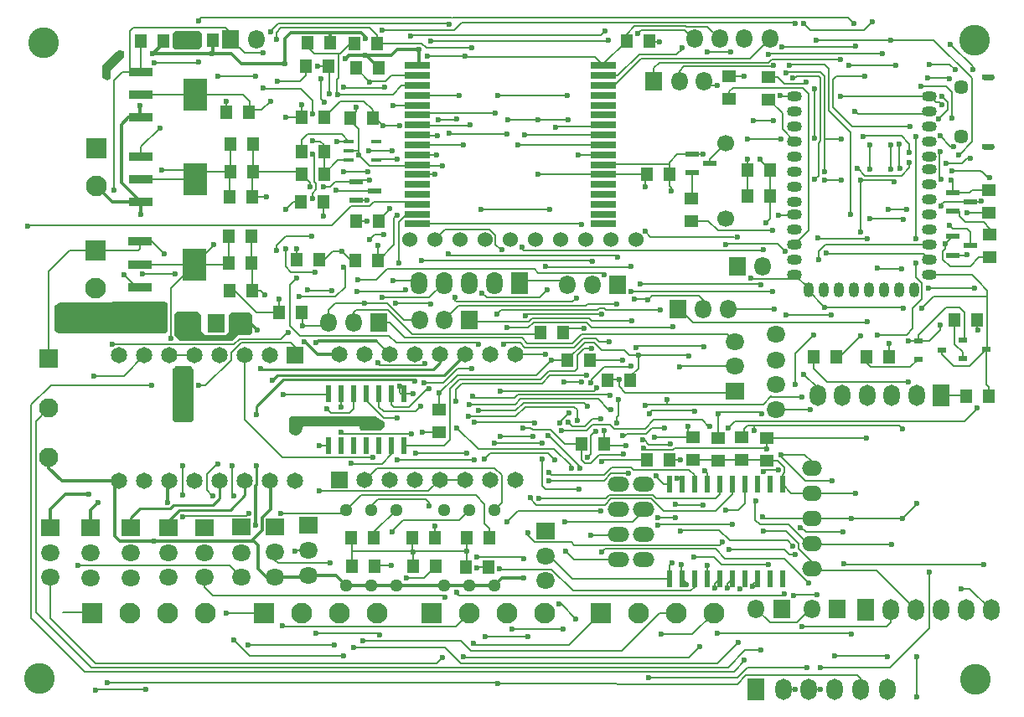
<source format=gbl>
G04*
G04 #@! TF.GenerationSoftware,Altium Limited,Altium Designer,18.1.6 (161)*
G04*
G04 Layer_Physical_Order=2*
G04 Layer_Color=16711680*
%FSTAX24Y24*%
%MOIN*%
G70*
G01*
G75*
%ADD13C,0.0080*%
%ADD23R,0.0500X0.0550*%
%ADD26R,0.0550X0.0500*%
%ADD27O,0.0800X0.0600*%
%ADD34O,0.0400X0.0600*%
%ADD35O,0.0600X0.0400*%
%ADD39R,0.0980X0.1260*%
%ADD40R,0.0980X0.0350*%
%ADD86C,0.0130*%
%ADD87C,0.0120*%
%ADD88C,0.0100*%
%ADD89C,0.0138*%
%ADD91C,0.0827*%
%ADD92R,0.0827X0.0827*%
%ADD93C,0.0570*%
%ADD94C,0.0240*%
%ADD95R,0.0827X0.0827*%
%ADD96O,0.0750X0.0650*%
%ADD97R,0.0750X0.0650*%
%ADD98O,0.0650X0.0750*%
%ADD99R,0.0650X0.0750*%
%ADD100C,0.1220*%
%ADD101C,0.0650*%
%ADD102R,0.0650X0.0650*%
%ADD103C,0.0600*%
%ADD104O,0.0860X0.0600*%
%ADD105C,0.0512*%
%ADD106C,0.0669*%
%ADD107O,0.0650X0.0900*%
%ADD108R,0.0650X0.0900*%
%ADD109O,0.0650X0.0850*%
%ADD110R,0.0650X0.0850*%
%ADD111O,0.0650X0.0850*%
%ADD112R,0.0650X0.0850*%
%ADD113C,0.0768*%
%ADD114R,0.0768X0.0768*%
%ADD115C,0.0236*%
%ADD116C,0.0240*%
%ADD117R,0.0520X0.0220*%
%ADD118R,0.0340X0.0220*%
%ADD119R,0.0445X0.0170*%
%ADD120R,0.1000X0.0256*%
%ADD121R,0.0210X0.0710*%
%ADD122R,0.0210X0.0670*%
%ADD123C,0.0110*%
G36*
X01418Y021343D02*
Y019263D01*
X014176Y019259D01*
X014281Y019154D01*
X014924D01*
X015025Y019263D01*
Y019317D01*
Y021243D01*
X014924Y021394D01*
X014313D01*
X014281Y021362D01*
X014185Y021266D01*
X01418Y021343D01*
D02*
G37*
G36*
X01893Y01945D02*
D01*
D02*
G37*
G36*
X018833Y019053D02*
X018833Y018807D01*
X01895Y018675D01*
X019123Y018643D01*
X019312Y018748D01*
X019397Y018986D01*
X021618Y018986D01*
X021675Y018847D01*
X022478Y018845D01*
X022623Y018959D01*
Y019176D01*
X022277Y019415D01*
X021559Y019415D01*
X0189Y019415D01*
X018833Y019328D01*
Y019053D01*
D02*
G37*
G36*
X009505Y023802D02*
Y022804D01*
X009677Y022691D01*
X013928D01*
X01399Y022801D01*
X013987Y023903D01*
X013928Y023937D01*
X013866Y023962D01*
X009722Y023937D01*
X009505Y023802D01*
D02*
G37*
G36*
X014259Y023435D02*
X014259Y022649D01*
X0145Y022408D01*
X016582D01*
X016811Y022637D01*
X017279D01*
X017363Y022721D01*
X017363Y02342D01*
X017259Y023524D01*
X016526D01*
X016429Y023428D01*
X016429Y02275D01*
X016296Y022637D01*
X016267D01*
X015492D01*
X015315Y022814D01*
Y023433D01*
X015195Y023553D01*
X014377D01*
X014259Y023435D01*
D02*
G37*
G36*
X012265Y033885D02*
Y033708D01*
X011745Y03313D01*
Y032845D01*
X01159Y032775D01*
X011385Y032865D01*
Y033335D01*
X011902Y033852D01*
X01206Y033955D01*
X012265Y033935D01*
Y033895D01*
Y033885D01*
D02*
G37*
G36*
X015245Y03399D02*
X015355Y0341D01*
Y03464D01*
X015244Y034735D01*
X0143D01*
X014195Y034615D01*
Y0341D01*
X01425Y03399D01*
X0143D01*
X014375D01*
X015245Y03399D01*
D02*
G37*
D13*
X024175Y021435D02*
X02424Y0215D01*
X022445Y021435D02*
X024175D01*
X02424Y0215D02*
X024255Y021515D01*
X027917Y020258D02*
X031587D01*
X02496Y02073D02*
X02554Y02131D01*
X02418Y02073D02*
X02496D01*
X024405Y020485D02*
Y020555D01*
X02439Y02057D02*
X024405Y020555D01*
X01596Y0175D02*
X01598D01*
X01556Y0171D02*
X01596Y0175D01*
X015779Y01624D02*
X01579D01*
X01556Y016459D02*
X015779Y01624D01*
X022295Y022415D02*
X02283Y02188D01*
X019905Y022335D02*
X019985Y022415D01*
X0248Y02032D02*
X025515Y021035D01*
X03137Y01832D02*
X031445Y018245D01*
X02375Y014028D02*
X023765D01*
X021333D02*
X02375D01*
X020343Y018248D02*
X020375Y01828D01*
X02022Y02992D02*
Y03019D01*
X02006Y03035D02*
X02022Y03019D01*
X01979Y03035D02*
X02006D01*
X01832Y02621D02*
X01868Y02657D01*
X019715D01*
X023928Y031D02*
X023966Y030962D01*
X031357Y023696D02*
X031433Y02362D01*
X031159Y023696D02*
X031357D01*
X031103Y02364D02*
X031159Y023696D01*
X031433Y02362D02*
X033595D01*
X030762Y023298D02*
X03087Y02319D01*
X028487Y023298D02*
X030762D01*
X03087Y02319D02*
X032465D01*
X030865Y022942D02*
X034082D01*
X030669Y023138D02*
X030865Y022942D01*
X034082D02*
X03411Y02297D01*
X030709Y023865D02*
X031865D01*
X030644Y0238D02*
X030709Y023865D01*
X028519Y02364D02*
X031103D01*
X033084Y024054D02*
X03309Y02406D01*
X033095Y024045D02*
X0331Y02405D01*
X032428Y02437D02*
X03805D01*
X03761Y02463D02*
Y024634D01*
X037215Y024875D02*
X038756D01*
X032553Y024054D02*
X033084D01*
X03309Y02406D02*
X0331Y02405D01*
X01327Y02307D02*
X01343Y02323D01*
X01Y02321D02*
X01311D01*
X03085Y02074D02*
Y020868D01*
X03135Y021368D02*
X032398D01*
X03085Y020868D02*
X03135Y021368D01*
X032715Y0213D02*
Y021825D01*
X03241Y020995D02*
X032715Y0213D01*
X03241Y02083D02*
Y020995D01*
X04658Y02207D02*
Y02417D01*
X031337Y029435D02*
X03395D01*
X02798Y02481D02*
X0299D01*
X03489Y01766D02*
X03684D01*
X02158Y02978D02*
Y02997D01*
X023268Y0203D02*
X02376D01*
X01396Y01298D02*
X01402Y01304D01*
X03196Y020585D02*
Y02086D01*
Y020585D02*
X032197Y020348D01*
X03151Y02083D02*
X03154Y02086D01*
X03196D01*
X033355Y018575D02*
X034705D01*
Y019015D01*
X03334Y019253D02*
X035247D01*
X032999Y018912D02*
X03334Y019253D01*
X035247D02*
X03556Y01894D01*
X03439Y01488D02*
X035937D01*
X03158Y020251D02*
X031587Y020258D01*
X041955Y02136D02*
X043545D01*
X04179Y021525D02*
X041955Y02136D01*
X04179Y021525D02*
Y02177D01*
X044467Y02417D02*
X04658D01*
Y024411D01*
X0458Y02687D02*
X045934Y026736D01*
Y02619D02*
Y026736D01*
X04524Y02687D02*
X0458D01*
X0451Y02701D02*
X04524Y02687D01*
X022352Y02964D02*
X022357Y029635D01*
X02235Y02564D02*
X02237Y02562D01*
X04115Y02745D02*
X041172Y027472D01*
X04122Y030925D02*
X043515D01*
X040458Y031687D02*
X04122Y030925D01*
X040458Y031687D02*
Y032808D01*
X04059Y03294D02*
X04173D01*
X040458Y032808D02*
X04059Y03294D01*
X042755Y034378D02*
X044479D01*
X039857D02*
X042755D01*
X02824Y0234D02*
X028298Y023458D01*
X027263Y023638D02*
X028517D01*
X028453Y0238D02*
X030644D01*
X028451Y023798D02*
X028453Y0238D01*
X025578Y023798D02*
X028451D01*
X028387Y02396D02*
X03011D01*
X028385Y023958D02*
X028387Y02396D01*
X025492Y023958D02*
X028385D01*
X02668Y02412D02*
X02879D01*
X028357Y023168D02*
X028487Y023298D01*
X028553Y023138D02*
X030669D01*
X028335Y02292D02*
X028553Y023138D01*
X028345Y023168D02*
X028357D01*
X028339Y023162D02*
X028345Y023168D01*
X02465Y01343D02*
Y01344D01*
X024185Y012965D02*
X02465Y01343D01*
X023505Y012965D02*
X024185D01*
X026995Y015673D02*
X027285Y015963D01*
X033495Y01505D02*
X033545Y0151D01*
X03645D01*
X03737Y01528D02*
Y01606D01*
X03419Y01587D02*
X0353D01*
X033505Y01538D02*
X03419D01*
X033732Y015622D02*
X035782D01*
X03645Y01629D01*
X028383Y01616D02*
X028661Y015882D01*
X03348Y015874D02*
X033732Y015622D01*
X02768Y01095D02*
X02972D01*
X03343Y01699D02*
X03372Y0167D01*
X034742Y017273D02*
X03495Y017065D01*
X033326Y017273D02*
X034742D01*
X033323Y01727D02*
X033326Y017273D01*
X03343Y01699D02*
Y017035D01*
X032537Y01727D02*
X033323D01*
X029592Y018842D02*
X030665D01*
X031761Y018912D02*
X032999D01*
X033259Y018924D02*
X03377D01*
X03218Y01863D02*
X032258Y018708D01*
X032979D01*
X032982Y018705D02*
X03304D01*
X032979Y018708D02*
X032982Y018705D01*
X03304D02*
X033259Y018924D01*
X031605Y019068D02*
X031761Y018912D01*
X03288Y01847D02*
X03295D01*
X033138Y018282D01*
X036946Y018666D02*
Y018901D01*
X03707Y019025D01*
X037355D01*
X043105D01*
X037345Y019015D02*
X037355Y019025D01*
X037345Y018845D02*
Y019015D01*
X03629Y01894D02*
X036555Y019205D01*
X03684Y01856D02*
X036946Y018666D01*
X036555Y019205D02*
X045705D01*
X02392Y027055D02*
X03047D01*
X040138Y029138D02*
Y030445D01*
X040143Y03045D02*
X0408D01*
X040138Y030445D02*
X040143Y03045D01*
X040138Y030445D02*
Y032948D01*
X039976Y03311D02*
X040138Y032948D01*
X038953Y03311D02*
X039976D01*
X038951Y033108D02*
X038953Y03311D01*
X03991Y03295D02*
X039978Y032882D01*
X03902Y03295D02*
X03991D01*
X03894Y03287D02*
X03902Y03295D01*
X038628Y033108D02*
X038951D01*
X039299Y032629D02*
X03938Y03271D01*
X038541Y032629D02*
X039299D01*
X03826Y03291D02*
X038541Y032629D01*
X0379Y03291D02*
X03826D01*
X02018Y02855D02*
X020459D01*
X020659Y02875D01*
X021937Y029148D02*
X02195Y02916D01*
X02101Y025314D02*
X021026Y02533D01*
X01926Y02414D02*
X019282Y024162D01*
X011765Y022275D02*
X016643D01*
X018512Y022482D02*
X01874Y02271D01*
X01685Y022482D02*
X018512D01*
X019033Y022837D02*
X019255Y022615D01*
X019033Y022837D02*
Y022844D01*
X018894Y022983D02*
X019033Y022844D01*
X018887Y022983D02*
X018894D01*
X01886Y02301D02*
X018887Y022983D01*
X01869Y02537D02*
Y02607D01*
Y02537D02*
X018912Y025148D01*
X019842D01*
X029017Y025322D02*
X032382D01*
X03243Y02537D01*
X029045Y02535D02*
Y025363D01*
X029017Y025322D02*
X029045Y02535D01*
X024088Y025608D02*
X030772D01*
X02408Y0256D02*
X024088Y025608D01*
X030772D02*
X03086Y02552D01*
X028585Y02527D02*
X02874Y025115D01*
X038025Y033618D02*
X040751D01*
X04076Y033609D01*
X04428Y03217D02*
X044558Y031892D01*
X044274Y024485D02*
X044299Y02451D01*
X037887Y03348D02*
X038025Y033618D01*
X04242Y033822D02*
X042446Y033848D01*
X037898D02*
X042446D01*
X04242Y03382D02*
Y033822D01*
X02746Y03065D02*
X02747Y03066D01*
X02518Y03507D02*
X025185D01*
X02518Y03065D02*
X02746D01*
X02513Y03502D02*
X02518Y03507D01*
X016985Y03219D02*
X01725Y031925D01*
Y03159D02*
Y031925D01*
Y03159D02*
X01774D01*
X015095Y03219D02*
X016985D01*
X01645Y01347D02*
X01692Y013D01*
X01043Y01347D02*
X01645D01*
X0265Y0243D02*
X02668Y02412D01*
X02879D02*
X0291Y02443D01*
X03011Y02396D02*
X03025Y0241D01*
X0276Y023162D02*
X028339D01*
X0275Y02293D02*
X02751Y02292D01*
X043105Y019025D02*
X04324Y01889D01*
X022041Y03486D02*
X02232Y034581D01*
X018509Y03486D02*
X022041D01*
X018325Y034676D02*
X018509Y03486D01*
X020802Y033802D02*
X02083Y03383D01*
X020802Y032882D02*
Y033802D01*
X020865Y03383D02*
X021275Y03424D01*
X02083Y03383D02*
X020865D01*
X021275Y03424D02*
X02142D01*
X01983Y03383D02*
X02083D01*
X04281Y0288D02*
X04289Y02872D01*
X04311Y02931D02*
X04314Y02928D01*
X04311Y02931D02*
Y03025D01*
X044712Y029852D02*
X04478Y02992D01*
X044712Y028888D02*
Y029852D01*
X0331Y024045D02*
X033115D01*
X033095D02*
X0331D01*
X03303D02*
X033095D01*
X033115D02*
X033255Y024185D01*
X01959Y02441D02*
X02054D01*
X019565Y024435D02*
X01959Y02441D01*
X026168Y020142D02*
X027801D01*
X02612Y02019D02*
X026168Y020142D01*
X027801D02*
X027917Y020258D01*
X027253Y020418D02*
X030948D01*
X02723Y020395D02*
X027253Y020418D01*
X030948D02*
X03106Y02053D01*
X031122Y020098D02*
X03154Y01968D01*
X028046Y020098D02*
X031122D01*
X03154Y01968D02*
X031619D01*
X025711Y020715D02*
X028891D01*
X025581Y020875D02*
X028825D01*
X025515Y021035D02*
X028665D01*
X02547Y020474D02*
X025711Y020715D01*
X02522Y020514D02*
X025581Y020875D01*
X022362Y02964D02*
X02313D01*
X022357Y029635D02*
X022362Y02964D01*
X0256Y012255D02*
X038535D01*
X023511Y027449D02*
X02392D01*
X02319Y027128D02*
X023511Y027449D01*
X02319Y025515D02*
Y027128D01*
X02301Y027285D02*
X02313Y027405D01*
X02301Y02623D02*
Y027285D01*
X02313Y027405D02*
Y027406D01*
X02282Y02763D02*
Y027665D01*
X02239Y0272D02*
X02282Y02763D01*
X02239Y02716D02*
Y0272D01*
X023839Y027923D02*
X02392Y027843D01*
X022029Y027762D02*
X02219Y027923D01*
X023839D01*
X02341Y02438D02*
X02345Y02442D01*
X02153Y02438D02*
X02341D01*
X019282Y024162D02*
X020667D01*
X02105Y024545D01*
Y025274D01*
X02615Y01766D02*
X026185Y017695D01*
X02312Y01766D02*
X02615D01*
X02307D02*
X02312D01*
X022532Y017512D02*
X02291Y01789D01*
X021308Y017512D02*
X022532D01*
X02291Y01987D02*
X02301Y01977D01*
X02359D01*
X022591Y019589D02*
X023849D01*
X02101Y01871D02*
X02369D01*
X022602Y019351D02*
X023124D01*
X02191Y020044D02*
X022602Y019351D01*
X023215Y020353D02*
Y0206D01*
Y020353D02*
X023268Y0203D01*
X02291Y01789D02*
Y018245D01*
X02089Y01883D02*
X02101Y01871D01*
X02191Y020044D02*
Y020295D01*
X02089Y018778D02*
Y01883D01*
X02089Y01883D01*
X02291Y01987D02*
Y020295D01*
X02129Y01753D02*
X021308Y017512D01*
X02291Y020295D02*
Y0206D01*
X02359Y01977D02*
X02439Y02057D01*
X023849Y019589D02*
X02405Y01979D01*
X023093Y022335D02*
X02637D01*
X023443Y022522D02*
X028086D01*
X022845Y02312D02*
X023443Y022522D01*
X023715Y022682D02*
X028792D01*
X022767Y02363D02*
X023715Y022682D01*
X02976Y02077D02*
X03046D01*
X027828Y01988D02*
X028046Y020098D01*
X028147Y019938D02*
X030552D01*
X027836Y019627D02*
X028147Y019938D01*
X030162Y019778D02*
X03028Y01966D01*
X028214Y019778D02*
X030162D01*
X027831Y019395D02*
X028214Y019778D01*
X02598Y01988D02*
X027828D01*
X028825Y020875D02*
X029158Y021208D01*
X028665Y021035D02*
X02925Y02162D01*
X029206Y02103D02*
X03065D01*
X028891Y020715D02*
X029206Y02103D01*
X029158Y021208D02*
X030183D01*
X0296Y01917D02*
X02997Y01954D01*
X02993Y01916D02*
X030088Y019002D01*
X018385Y03502D02*
X02513D01*
X018087Y034722D02*
X018385Y03502D01*
X018087Y0347D02*
Y034722D01*
X018325Y03441D02*
Y034676D01*
X01927Y03274D02*
X01949Y03296D01*
X01835Y03274D02*
X01927D01*
X015328Y035258D02*
X025284D01*
X022533Y034768D02*
X025392D01*
X022525Y03476D02*
X022533Y034768D01*
X020531Y026991D02*
X021302Y027762D01*
X022029D01*
X02874Y025115D02*
X03128D01*
X03135Y025045D01*
X02517Y025802D02*
X031798D01*
X03189Y02571D01*
X022715Y02527D02*
X028585D01*
X028443Y01894D02*
X028515Y018868D01*
X038309Y027409D02*
X03889D01*
X03893Y027449D01*
X03858Y02343D02*
X038589Y023421D01*
X040403D01*
X038547Y025963D02*
Y025982D01*
X008431Y026991D02*
X020531D01*
X00842Y02698D02*
X008431Y026991D01*
X01368Y03087D02*
X013695D01*
X012935Y030125D02*
X01368Y03087D01*
X028735Y0312D02*
X02993D01*
X027535D02*
X028735D01*
X029415Y030927D02*
Y030967D01*
Y030915D02*
Y030927D01*
X031272D01*
X029375D02*
X029415D01*
X029375D02*
X029415Y030967D01*
X031272Y030927D02*
X031337Y030992D01*
X027525Y03121D02*
X027535Y0312D01*
X01861Y020265D02*
X018615Y02027D01*
X020385D02*
X02041Y020295D01*
X018615Y02027D02*
X020385D01*
X020038Y01642D02*
X02437D01*
X03545Y01294D02*
Y01347D01*
X03652Y00925D02*
X03697Y0097D01*
X024843Y00925D02*
X024843Y00925D01*
X010986Y00925D02*
X024843D01*
X010985Y00925D02*
X010986Y00925D01*
X01068Y00925D02*
X010985D01*
X00857Y01136D02*
X01068Y00925D01*
X024776Y00941D02*
X024777Y00941D01*
X011052Y00941D02*
X024776D01*
X011052Y00941D02*
X011052Y00941D01*
X01095Y00941D02*
X011052D01*
X00875Y01161D02*
X01095Y00941D01*
X03545Y013475D02*
Y01348D01*
X035455Y01347D02*
Y013475D01*
X03206Y01006D02*
X033575Y011575D01*
X02606Y01006D02*
X03206D01*
X035872Y009572D02*
X0367Y0104D01*
X025648Y009572D02*
X035872D01*
X03628Y00941D02*
X03696Y01009D01*
X024777Y00941D02*
X03628D01*
X024843Y00925D02*
X03652D01*
X01113Y0085D02*
X011155Y008525D01*
X01312D01*
X03472Y00981D02*
X03515Y01024D01*
X02577Y00981D02*
X03472D01*
X033142Y008985D02*
X036647D01*
X033115Y009012D02*
X033142Y008985D01*
X036647D02*
X037057Y009395D01*
X034645Y01269D02*
Y012715D01*
X03466Y01273D01*
X03445Y01294D02*
X03466Y01273D01*
X034812Y012452D02*
X03495Y01259D01*
X029268Y013315D02*
X030132Y012452D01*
X034812D01*
X03495Y01259D02*
Y01294D01*
X037011Y009095D02*
X041445D01*
X016395Y011575D02*
X017837D01*
X027215Y018595D02*
X02722Y0186D01*
X02853D01*
X029275Y017082D02*
X031362D01*
X029269Y017088D02*
X029275Y017082D01*
X029242Y017088D02*
X029269D01*
X02916Y01717D02*
X029242Y017088D01*
X030088Y019002D02*
X030599D01*
X02992Y02291D02*
X02993Y0229D01*
X030453Y022662D02*
X036278D01*
X030101Y02231D02*
X030453Y022662D01*
X036278D02*
X03656Y02238D01*
X030969Y022338D02*
X031277Y02203D01*
X0299Y021656D02*
X030582Y022338D01*
X030969D01*
X03249Y01521D02*
X032955Y015675D01*
X031158Y022375D02*
X03156D01*
X031035Y022498D02*
X031158Y022375D01*
X030516Y022498D02*
X031035D01*
X030167Y02215D02*
X030516Y022498D01*
X03215Y02203D02*
X03235Y02183D01*
X031277Y02203D02*
X03215D01*
X032398Y021368D02*
X03242Y02139D01*
X044007Y02371D02*
X044467Y02417D01*
X03948Y024392D02*
X040122Y02375D01*
X03948Y024392D02*
Y024449D01*
X043235Y02375D02*
X043275Y02371D01*
X040122Y02375D02*
X043235D01*
X039902Y025622D02*
Y025982D01*
X040152Y026232D01*
X044263D01*
X039492Y026811D02*
Y032238D01*
X03893Y026249D02*
X039492Y026811D01*
X039261Y032469D02*
X039492Y032238D01*
X043625Y02289D02*
Y023685D01*
X043383Y022648D02*
X043625Y02289D01*
X042215Y022648D02*
X043383D01*
X04376Y024936D02*
Y02551D01*
Y024936D02*
X04401Y024686D01*
X043753Y026482D02*
X04376Y026475D01*
X043753Y026482D02*
Y030525D01*
X04268Y02762D02*
X0427Y02764D01*
X0461Y02451D02*
X046135D01*
X044299D02*
X0461D01*
X045815Y02751D02*
X04667D01*
X04581Y027505D02*
X045815Y02751D01*
X044249Y02451D02*
X044274Y024485D01*
X04548Y0298D02*
X046Y03032D01*
X04546Y0298D02*
X04548D01*
X0398Y03437D02*
X039849D01*
X045142Y03015D02*
X04525D01*
X044739Y030553D02*
X045142Y03015D01*
X04428Y032149D02*
Y03217D01*
X044558Y031892D02*
X044708D01*
X040779Y032149D02*
X04428D01*
X044708Y031892D02*
X04479Y03181D01*
X04511Y03341D02*
X04532Y0332D01*
X04428Y03341D02*
X04511D01*
X033235Y034305D02*
X033565D01*
X03316Y03423D02*
X033235Y034305D01*
X031228Y034558D02*
X0314Y03473D01*
X025392Y034768D02*
X025704Y03508D01*
X023718Y034558D02*
X031228D01*
X022323Y034243D02*
X024108D01*
X02232Y03424D02*
X022323Y034243D01*
X011118Y00957D02*
X02471D01*
X00932Y011368D02*
Y01299D01*
Y011368D02*
X011118Y00957D01*
X010995Y011585D02*
X011Y01158D01*
X009845Y011585D02*
X010995D01*
X011865Y032775D02*
X012187Y033097D01*
X011865Y028415D02*
Y032775D01*
X03385Y019863D02*
X037683D01*
X032993D02*
X03385D01*
X033858Y019871D01*
Y02007D01*
X03805Y0268D02*
X03806Y02679D01*
X03588Y0268D02*
X03805D01*
X03423Y0338D02*
X03448Y03405D01*
X03275Y0338D02*
X03423D01*
X033955Y02944D02*
Y029515D01*
Y029035D02*
Y02944D01*
X03395Y029435D02*
X033955Y02944D01*
X017145Y015435D02*
X01723Y01552D01*
X014615Y015435D02*
X017145D01*
X01459Y01541D02*
X014615Y015435D01*
X032234Y01712D02*
X032264Y01709D01*
X028585Y019168D02*
X02861Y019143D01*
X026278Y019168D02*
X028585D01*
X02627Y01916D02*
X026278Y019168D01*
X02861Y019131D02*
Y019143D01*
X02813Y01893D02*
X02814Y01894D01*
X028443D01*
X02596Y019395D02*
X027831D01*
X02456Y01464D02*
X024645Y014725D01*
X01707Y019275D02*
Y02183D01*
Y019275D02*
X018577Y017768D01*
X022142D01*
X02235Y02153D02*
X022445Y021435D01*
X022331Y02153D02*
X02235D01*
X02479Y02033D02*
X0248Y02032D01*
X02479Y01969D02*
Y02033D01*
X026373Y022278D02*
Y022332D01*
X022528Y024128D02*
X02255Y02415D01*
X02184Y02389D02*
X022733D01*
X023403Y02322D01*
X02157Y02484D02*
X022285D01*
X022715Y02527D01*
X02462Y02642D02*
X02504Y02684D01*
X026794D01*
X018705Y031285D02*
X019295D01*
X01932Y03131D01*
X01177Y02228D02*
X01178D01*
X011765Y022275D02*
X01177Y02228D01*
X01547Y01261D02*
X0158Y01228D01*
X01547Y01261D02*
Y01299D01*
X0158Y01228D02*
X02497D01*
X01725Y00986D02*
X021005D01*
X016615Y010495D02*
X01725Y00986D01*
X024645Y014725D02*
Y01503D01*
X025601Y01528D02*
X025995Y015673D01*
X023377Y01528D02*
X025601D01*
X02294Y014843D02*
X023377Y01528D01*
X02375Y014028D02*
Y014057D01*
Y014013D02*
Y014028D01*
Y014013D02*
X023765Y014028D01*
X02375Y01344D02*
Y014013D01*
X02373Y014077D02*
X02375Y014057D01*
X02373Y014077D02*
Y01457D01*
X023765Y014028D02*
X025882D01*
X02133Y014025D02*
Y01456D01*
Y01343D02*
Y014025D01*
X021333Y014028D01*
X025882D02*
X02589Y01402D01*
X02131Y01458D02*
X02133Y01456D01*
X02132Y01342D02*
X02133Y01343D01*
X0146Y01741D02*
X014612Y017398D01*
X0266Y01513D02*
Y015915D01*
X026255Y01626D02*
X0266Y015915D01*
X021682Y01626D02*
X026255D01*
X0266Y01513D02*
X026782Y014948D01*
X036656Y00874D02*
X037011Y009095D01*
X02712Y00878D02*
X036656Y00874D01*
X020605Y0103D02*
X02062Y010285D01*
X01719Y0103D02*
X020605D01*
X037057Y009395D02*
X039435D01*
X04088Y01352D02*
X04091Y01349D01*
X04646D01*
X04273Y00941D02*
X044295Y010975D01*
Y013195D01*
X0438Y0159D02*
Y01593D01*
X04324Y01534D02*
X0438Y0159D01*
X04574Y02022D02*
X04576Y0202D01*
X044778Y02022D02*
X04574D01*
X044778D02*
X044798Y0202D01*
X043625Y023685D02*
X04401Y02407D01*
X040245Y02588D02*
X044049D01*
X04428Y025649D01*
X0427Y02764D02*
X04338D01*
X03495Y0167D02*
Y017065D01*
X032715Y021825D02*
X03272Y02183D01*
X03235D02*
X03272D01*
X03472D02*
X034745Y021805D01*
X03272Y02183D02*
X03472D01*
X03298Y01985D02*
X032993Y019863D01*
X026335Y019575D02*
Y019635D01*
X030552Y019938D02*
X03069Y0198D01*
X033Y01766D02*
X03302Y01764D01*
X032423Y017384D02*
X032537Y01727D01*
X031362Y017082D02*
X031664Y017384D01*
X032423D01*
X042946Y033361D02*
X042951Y033366D01*
X04109Y033361D02*
X042946D01*
X035465Y034915D02*
X03596Y03442D01*
X0274Y023162D02*
X027401Y023163D01*
X026028Y023162D02*
X0274D01*
X027599Y023163D02*
X0276Y023162D01*
X027401Y023163D02*
X027599D01*
X034953Y019627D02*
X03497Y01961D01*
X033267Y019627D02*
X034953D01*
X03315Y01951D02*
X033267Y019627D01*
X037683Y019863D02*
X03801Y02019D01*
X02636Y019635D02*
X026368Y019627D01*
X027836D01*
X02637Y022335D02*
X026373Y022332D01*
X02547Y01999D02*
Y020474D01*
X02522Y018471D02*
Y020514D01*
X02554Y02131D02*
X026095D01*
X038723Y01391D02*
X03895D01*
X038533Y0141D02*
X038723Y01391D01*
X03632Y0141D02*
X038533D01*
X037766Y01726D02*
X03828D01*
X037698Y017192D02*
X037766Y01726D01*
X033015Y018065D02*
X034082D01*
X03186Y019366D02*
X031942Y019448D01*
X03186Y01915D02*
Y019366D01*
X01977Y02983D02*
X01982Y02978D01*
X013455Y03347D02*
X0152D01*
X01205Y03383D02*
X012125D01*
X01159Y03337D02*
X01205Y03383D01*
X012483Y034723D02*
X01263Y03487D01*
X012483Y033097D02*
Y034723D01*
X01159Y032905D02*
Y03337D01*
X01982Y028745D02*
Y02978D01*
Y028745D02*
X019898Y028667D01*
X03041Y01732D02*
Y017397D01*
X035966Y019558D02*
X037552D01*
X035902Y019495D02*
X035966Y019558D01*
X037552D02*
X037615Y019495D01*
X01458Y0198D02*
X01459Y01981D01*
X01551Y020627D02*
X016525Y021642D01*
X015244Y020627D02*
X01551D01*
X00857Y01986D02*
X009355Y020645D01*
X013375D01*
X022142Y017768D02*
X02215Y01776D01*
X026286Y013805D02*
X028105D01*
X02241Y01977D02*
X022591Y019589D01*
X01311Y02321D02*
X01323Y02309D01*
X014115Y022513D02*
Y02449D01*
X015075Y02545D01*
X017525Y02353D02*
X01844D01*
X01698Y024075D02*
X017525Y02353D01*
X01698Y024075D02*
Y024079D01*
X016659Y0244D02*
X01698Y024079D01*
X01645Y0244D02*
X016659D01*
X016643Y022275D02*
X01685Y022482D01*
X016916Y022322D02*
X018913D01*
X016525Y021931D02*
X016916Y022322D01*
X016525Y021642D02*
Y021931D01*
X02124Y019542D02*
X02141Y019712D01*
X02034Y0197D02*
X020498Y019542D01*
X02124D01*
X04666Y0202D02*
Y02058D01*
X04656Y02068D02*
X04666Y02058D01*
X04656Y02068D02*
Y02207D01*
X01522Y03515D02*
X015328Y035258D01*
X039057Y03526D02*
X04105D01*
X039049Y035268D02*
X039057Y03526D01*
X038851Y035268D02*
X039049D01*
X038843Y03526D02*
X038851Y035268D01*
X025322Y03526D02*
X038843D01*
X04105D02*
X04128Y03503D01*
X038905Y035075D02*
X03895Y03503D01*
X034688Y035075D02*
X038905D01*
X034683Y03508D02*
X034688Y035075D01*
X025704Y03508D02*
X034683D01*
X01263Y03487D02*
X0163D01*
X02445Y03432D02*
X02446Y03433D01*
X024281Y03407D02*
X02609D01*
X024108Y034243D02*
X024281Y03407D01*
X0237Y03454D02*
X023718Y034558D01*
X03956Y03477D02*
X04171D01*
X04204Y0351D01*
X03931Y03502D02*
X03956Y03477D01*
X01323Y02309D02*
X01324Y0231D01*
X045188Y03126D02*
Y032304D01*
X044807Y03213D02*
X045028Y031909D01*
Y03161D02*
Y031909D01*
X044668Y03125D02*
X045028Y03161D01*
X04478Y03213D02*
X044807D01*
X04465Y03125D02*
X044668D01*
X02151Y02875D02*
X02157Y02881D01*
X02203D01*
X01737Y02814D02*
X01793D01*
X01923Y02913D02*
X01933Y02903D01*
X01738Y02913D02*
X01923D01*
X030601Y017542D02*
X030832D01*
X03116Y01787D01*
X03209D02*
X03212Y0179D01*
X03116Y01787D02*
X03209D01*
X031262Y017618D02*
X031304Y01766D01*
X032137D01*
X030462Y017681D02*
X030601Y017542D01*
X030462Y017681D02*
Y018292D01*
X03047Y0183D01*
X0307Y01778D02*
X030713D01*
X03084Y017907D01*
X03005Y01733D02*
Y01742D01*
X029377Y018093D02*
X03005Y01742D01*
X0289Y01664D02*
Y017685D01*
X031626Y01712D02*
X032234D01*
X031356Y01685D02*
X031626Y01712D01*
X02917Y01685D02*
X031356D01*
X02903Y01651D02*
X03035D01*
X0289Y01664D02*
X02903Y01651D01*
X031262Y01759D02*
Y017618D01*
X029127Y017933D02*
X0294Y01766D01*
X02889Y017695D02*
X0289Y017685D01*
X029229Y018868D02*
X029368Y018729D01*
X028515Y018868D02*
X029229D01*
X036518Y020348D02*
X03656Y02039D01*
X032197Y020348D02*
X036518D01*
X031942Y019448D02*
Y02006D01*
X028203Y02215D02*
X030167D01*
X028298Y02231D02*
X030101D01*
X02913Y01863D02*
X029177D01*
X03041Y017397D01*
X029368Y018727D02*
X029795Y0183D01*
X029368Y018727D02*
Y018729D01*
X026357Y018093D02*
X029377D01*
X026833Y017933D02*
X029127D01*
X028882Y018348D02*
X02889Y01834D01*
X027082Y018348D02*
X028882D01*
X029614Y01882D02*
X02966D01*
X029795Y0183D02*
X03047D01*
X029594Y01914D02*
X0296Y019146D01*
X032264Y01709D02*
X03232Y017146D01*
X0299Y02162D02*
Y021656D01*
X045228Y025815D02*
X045765D01*
X04579Y02584D01*
X02717Y03213D02*
X02721Y03217D01*
X0321Y01863D02*
X03218D01*
X03762Y01535D02*
X03962D01*
X04378Y00825D02*
X04379Y00826D01*
Y00983D01*
X0426Y00986D02*
X04262Y00984D01*
X04053Y00986D02*
X0426D01*
X01988Y01077D02*
X02236D01*
X02438Y01585D02*
Y01597D01*
X02425Y0161D02*
X02438Y01597D01*
X02237Y0161D02*
X02425D01*
X02456Y01464D02*
X02463Y01457D01*
X022095Y015825D02*
X02237Y0161D01*
X022095Y015673D02*
Y015825D01*
X021095Y015673D02*
X021682Y01626D01*
X029592Y018842D02*
X029614Y01882D01*
X03996Y00941D02*
X04273D01*
X03595Y01629D02*
Y0167D01*
X035808Y016148D02*
X03595Y01629D01*
X033432Y016148D02*
X035808D01*
X0333Y01628D02*
X033432Y016148D01*
X03156Y01628D02*
X0333D01*
X031428Y016148D02*
X03156Y01628D01*
X028788Y016148D02*
X031428D01*
X02876Y01612D02*
X028788Y016148D01*
X0266Y0177D02*
X026833Y017933D01*
X02551Y01894D02*
X026357Y018093D01*
X00927Y021697D02*
Y02517D01*
X01009Y02599D01*
X01114D01*
X012905Y026055D02*
Y026352D01*
X01284Y02599D02*
X012905Y026055D01*
X01114Y02599D02*
X01284D01*
X03363Y01072D02*
X034868D01*
X033575Y011575D02*
X034222D01*
X027938Y01564D02*
X03122D01*
X028661Y015882D02*
X031388D01*
X028383Y01616D02*
X02843D01*
X031262Y014D02*
X031382Y01412D01*
X030052Y014395D02*
X030167Y01428D01*
X03578Y01412D02*
X036162Y013738D01*
X031382Y01412D02*
X03578D01*
X03596Y01428D02*
X03606Y01438D01*
X030167Y01428D02*
X03596D01*
X03606Y01438D02*
Y01441D01*
X04569Y022445D02*
Y023545D01*
X04496Y02373D02*
X045505D01*
X043858Y022628D02*
X04496Y02373D01*
X043858Y022423D02*
Y022628D01*
X045505Y02373D02*
X04569Y023545D01*
X04473Y02284D02*
Y02305D01*
X044305Y022415D02*
X04473Y02284D01*
X04385Y022415D02*
X044305D01*
X0353Y02368D02*
Y02402D01*
X035135Y024185D02*
X0353Y02402D01*
X033255Y024185D02*
X035135D01*
X027105Y02348D02*
X027263Y023638D01*
X028517D02*
X028519Y02364D01*
X025Y02322D02*
X025578Y023798D01*
X028298Y023458D02*
X031258D01*
X02544Y02401D02*
Y02415D01*
Y02401D02*
X025492Y023958D01*
X02809Y02607D02*
X02817Y02599D01*
X02809Y02607D02*
Y02615D01*
X02392Y031386D02*
X023997Y031463D01*
X02598D01*
X025981Y031462D01*
X027026D01*
X027027Y031463D01*
X02392Y029024D02*
X024674D01*
X02463Y02904D02*
X024657D01*
X024674Y029024D01*
X03626Y01275D02*
X03645Y01294D01*
X03626Y01256D02*
Y01275D01*
X0271Y0088D02*
X02712Y00878D01*
X01159Y0088D02*
X0271D01*
X030183Y021208D02*
X03029Y021315D01*
X03028Y01924D02*
Y01966D01*
X03029Y021315D02*
Y02182D01*
X03394Y02904D02*
X03395Y02903D01*
X033955Y029035D01*
X03396Y028561D02*
X03402Y028501D01*
X03395Y02903D02*
X03396Y02902D01*
Y028561D02*
Y02902D01*
X03402Y02837D02*
Y028501D01*
X04509Y03285D02*
X04511D01*
X04507Y03287D02*
X04509Y03285D01*
X04506Y03286D02*
X04507Y03287D01*
X04423Y03286D02*
X04506D01*
X04076Y03213D02*
X040779Y032149D01*
X040298Y031582D02*
Y033232D01*
X039978Y030361D02*
Y032882D01*
X044479Y034378D02*
X046Y032857D01*
X044712Y028888D02*
X04475Y02885D01*
X044972Y03252D02*
X045188Y032304D01*
X04398Y03252D02*
X044972D01*
X041459Y03142D02*
X044151D01*
X04133Y031549D02*
X041459Y03142D01*
X044151D02*
X04428Y031549D01*
X03859Y03307D02*
X038628Y033108D01*
X036489Y032469D02*
X039261D01*
X03886Y03287D02*
X03894D01*
X038768Y033408D02*
X040122D01*
X03874Y03338D02*
X038768Y033408D01*
X03545Y0339D02*
X03641D01*
X038102Y033352D02*
Y033358D01*
X03807Y03332D02*
X038102Y033352D01*
X03355Y03348D02*
X037887D01*
X03452Y03332D02*
X03807D01*
X03634Y03232D02*
X036489Y032469D01*
X040122Y033408D02*
X040298Y033232D01*
X038378Y032158D02*
X03838D01*
X03842Y0341D02*
X04133D01*
X04135Y03412D01*
X034621Y034915D02*
X035465D01*
X034616Y03492D02*
X034621Y034915D01*
X02446Y03433D02*
X031512D01*
X03154Y034358D01*
X030891Y019068D02*
X031605D01*
X03135Y01883D02*
X03137Y01881D01*
X03099Y01879D02*
X03102D01*
X030907Y01931D02*
X03122D01*
X030665Y018842D02*
X030891Y019068D01*
X030599Y019002D02*
X030907Y01931D01*
X038756Y024875D02*
X03893Y025049D01*
X0372Y02489D02*
X037215Y024875D01*
X037592Y024652D02*
X03761Y024634D01*
X032808Y024652D02*
X037592D01*
X03279Y02467D02*
X032808Y024652D01*
X03779Y0271D02*
X03796Y02727D01*
Y02817D01*
X03731Y03117D02*
X03809D01*
X03985Y02648D02*
X04183D01*
X03756Y02961D02*
Y02965D01*
Y02961D02*
X03796Y02921D01*
X035297Y029835D02*
X035302Y02984D01*
X034858Y029835D02*
X035297D01*
X03974Y03046D02*
Y03245D01*
X040298Y031582D02*
X041172Y030708D01*
X04528Y03316D02*
X04532Y0332D01*
X046Y03032D02*
Y032857D01*
X04578Y02966D02*
X04594D01*
X04559Y02947D02*
X04578Y02966D01*
X04401Y02407D02*
Y024686D01*
X04656Y02207D02*
X04658D01*
X046217Y024817D02*
X04658Y024411D01*
X031626Y01612D02*
X033234D01*
X02783Y02188D02*
X02903D01*
X0308Y02162D02*
X03211D01*
X03029Y02182D02*
X03057Y0221D01*
X032137Y01766D02*
X032137Y01766D01*
X033D01*
X03931Y02107D02*
X039857Y020523D01*
Y02022D02*
Y020523D01*
X035302Y022198D02*
X03532Y02218D01*
X03267Y022198D02*
X035302D01*
X03262Y022148D02*
X03267Y022198D01*
X02517Y025802D02*
Y02587D01*
X02704Y02625D02*
X02725Y02604D01*
X02728D01*
X026794Y02684D02*
X02704Y026594D01*
Y02625D02*
Y026594D01*
X0296Y019146D02*
Y01917D01*
X03536Y01725D02*
X03545Y01716D01*
Y0167D02*
Y01716D01*
X03645Y0151D02*
X03646Y01509D01*
X03439Y01484D02*
Y01488D01*
X031193Y015667D02*
X03122Y01564D01*
X03302Y01764D02*
X03305Y01767D01*
X036162Y013738D02*
X038538D01*
X039098Y014123D02*
Y014329D01*
X0377Y01484D02*
X038587D01*
X039098Y014329D01*
X03886Y01423D02*
Y01425D01*
X038538Y013738D02*
X039506Y01277D01*
X03951D01*
X03895Y02066D02*
Y02189D01*
X03971Y02265D01*
X0399Y02562D02*
X039902Y025622D01*
X035937Y01488D02*
X036357Y01446D01*
X03865D01*
X03886Y01425D01*
X039098Y014123D02*
X03962Y013601D01*
Y01335D02*
Y013601D01*
X03017Y0137D02*
X03193D01*
X02984Y01403D02*
X03017Y0137D01*
X03756Y01509D02*
X038713D01*
X03917Y01497D02*
X0392D01*
X039453Y01435D02*
X03962D01*
X038713Y01509D02*
X039453Y01435D01*
X0392Y01497D02*
X03938Y01479D01*
X03737Y01528D02*
X03756Y01509D01*
X03938Y01479D02*
X04085D01*
X04088Y01352D02*
Y01353D01*
X04219Y01327D02*
X04377Y01169D01*
X0397Y01327D02*
X04219D01*
X03962Y01335D02*
X0397Y01327D01*
X03257Y03492D02*
X034616D01*
X03226Y03461D02*
X03257Y03492D01*
X03455Y03476D02*
X03489Y03442D01*
X03282Y03476D02*
X03455D01*
X03271Y03465D02*
X03282Y03476D01*
X03447Y03406D02*
X03448Y03405D01*
X032845Y03364D02*
X03717D01*
X03838Y032158D02*
X038389Y032149D01*
X03717Y03364D02*
X03795Y03442D01*
X039849Y03437D02*
X039857Y034378D01*
X039882Y030265D02*
X039978Y030361D01*
X039882Y028982D02*
Y030265D01*
X03974Y02884D02*
X039882Y028982D01*
X04012Y02912D02*
X040138Y029138D01*
X04014Y0288D02*
X0408D01*
X03985Y02648D02*
X03987Y0265D01*
X031911Y032961D02*
X03275Y0338D01*
X031772Y032567D02*
X032845Y03364D01*
X03334Y03327D02*
X03355Y03348D01*
X03435Y03315D02*
X03452Y03332D01*
X0201Y03203D02*
Y03283D01*
Y03203D02*
X02024Y03189D01*
X01995Y03332D02*
X02042D01*
X01955Y03411D02*
X01983Y03383D01*
X019898Y028421D02*
Y028667D01*
X01975Y028273D02*
X019898Y028421D01*
X01975Y02808D02*
Y028273D01*
X01966Y02852D02*
Y0287D01*
X01832Y026D02*
Y02621D01*
X042246Y0253D02*
X042276Y02527D01*
X03137Y01832D02*
Y01881D01*
Y0183D02*
Y01832D01*
X022813Y022615D02*
X023093Y022335D01*
X028792Y022682D02*
X02884Y02273D01*
X028086Y022522D02*
X028298Y02231D01*
X02751Y02292D02*
X028335D01*
X02993Y0229D02*
X03057D01*
X033138Y018282D02*
X033962D01*
X03399Y01831D01*
X03293Y01815D02*
X033015Y018065D01*
X034082D02*
X034167Y01815D01*
X03399Y01831D02*
Y01834D01*
X034167Y01815D02*
X03778D01*
X027285Y015963D02*
Y017068D01*
X027013Y01734D02*
X027285Y017068D01*
X03084Y017907D02*
Y01864D01*
X03099Y01879D01*
X03191Y01468D02*
X03193Y0147D01*
X03082Y01468D02*
X03191D01*
X03057Y0221D02*
X03087D01*
X028018Y022335D02*
X028203Y02215D01*
X02974Y02273D02*
X02992Y02291D01*
X023403Y02322D02*
X02402D01*
X023788Y024128D02*
X023796Y02412D01*
X02445Y02389D02*
X02447Y02387D01*
X022528Y024128D02*
X023788D01*
X0215Y02363D02*
X022767D01*
X02307Y02389D02*
X02445D01*
X024167Y024123D02*
X024413D01*
X024164Y02412D02*
X024167Y024123D01*
X023796Y02412D02*
X024164D01*
X024413Y024123D02*
X02498Y02469D01*
X02257Y03096D02*
X02322D01*
X02475Y0312D02*
X025485D01*
X026012Y030962D02*
X02604Y03099D01*
X023966Y030962D02*
X026012D01*
X025485Y0312D02*
X02551Y031225D01*
X02226Y03127D02*
X02257Y03096D01*
X02216Y03127D02*
X02226D01*
X02647Y02763D02*
X02918D01*
X027395Y022335D02*
X028018D01*
X02735Y02229D02*
X027395Y022335D01*
X02601Y02318D02*
X026028Y023162D01*
X022335Y01734D02*
X027013D01*
X03372Y0167D02*
X03395D01*
X03348Y015874D02*
Y015874D01*
X031388Y015882D02*
X031626Y01612D01*
X033234D02*
X03348Y015874D01*
X02239Y02561D02*
X02301Y02623D01*
X02295Y02479D02*
X02388D01*
X02398Y02469D01*
X021875Y01688D02*
X022335Y01734D01*
X02387Y01793D02*
X0259D01*
X02341Y018245D02*
X024505D01*
X02204Y02645D02*
X02224Y02665D01*
X02258D01*
X02199Y02996D02*
X02292D01*
X02235Y02564D02*
Y02621D01*
X02193Y02716D02*
X02194Y02717D01*
X02236Y02561D02*
X02239D01*
X019255Y022615D02*
X022813D01*
X02094Y02596D02*
X02129Y02561D01*
X02055Y02596D02*
X02094D01*
X028601Y014395D02*
X030052D01*
X03893Y025049D02*
X03948Y024499D01*
X026286Y013805D02*
X026291Y01381D01*
X02664Y01064D02*
X02832D01*
X029948Y0103D02*
X031222Y011575D01*
X02621Y0103D02*
X029948D01*
X02615Y01036D02*
X02621Y0103D01*
X02502Y0102D02*
X025648Y009572D01*
X02981Y01521D02*
X03249D01*
X020725Y028375D02*
X022216D01*
X02152Y02801D02*
X02194D01*
X03845Y0167D02*
Y017079D01*
X038528Y017157D01*
Y017382D01*
X03827Y01764D02*
X038528Y017382D01*
X03783Y01764D02*
X03827D01*
X03781Y01766D02*
X03783Y01764D01*
X03937Y01683D02*
X04042D01*
X0384Y0178D02*
X03937Y01683D01*
X04602Y03319D02*
Y03332D01*
X04513Y03421D02*
X04602Y03332D01*
X045705Y019205D02*
X04621Y01971D01*
Y01972D01*
X039005Y012315D02*
X03982D01*
X041172Y027472D02*
Y030708D01*
X04496Y02947D02*
X04559D01*
X043193Y028982D02*
X04351Y029299D01*
X041729Y028982D02*
X043193D01*
X04351Y029299D02*
Y02949D01*
X04348Y02991D02*
Y03024D01*
X04519Y02916D02*
X046348D01*
X04516Y02881D02*
X045218Y028752D01*
X04488Y02794D02*
X045924D01*
X04476Y02782D02*
X04488Y02794D01*
X03788Y03383D02*
X037898Y033848D01*
X04061Y02178D02*
X04074D01*
X04156Y0226D01*
Y02673D02*
Y0288D01*
X04281D01*
X04276Y02923D02*
X04277Y02924D01*
X041451Y02926D02*
X041729Y028982D01*
X04142Y02926D02*
X041451D01*
X04348Y03024D02*
X04349Y03025D01*
X04318Y03056D02*
X04349Y03025D01*
X04168Y03056D02*
X04318D01*
X04166Y03054D02*
X04168Y03056D01*
X04277Y02924D02*
Y03019D01*
X046348Y02916D02*
X046379Y029129D01*
X04194Y02923D02*
Y03019D01*
X046379Y029129D02*
X046385Y029135D01*
X04663Y02889D01*
X03707Y03043D02*
X03838D01*
X044263Y026232D02*
X04428Y026249D01*
X03706Y02921D02*
Y0296D01*
X03796Y02817D02*
Y02921D01*
X03706Y02817D02*
Y02921D01*
X03645Y01629D02*
Y0167D01*
X03695Y01595D02*
Y0167D01*
X03668Y01568D02*
X03695Y01595D01*
X0362Y01568D02*
X03668D01*
X03533Y03275D02*
X03552Y03256D01*
X03585D01*
X031337Y033354D02*
Y033427D01*
X03226Y03435D01*
X031445Y018245D02*
X03224D01*
X04265Y02765D02*
X04268Y02762D01*
X04476Y02776D02*
Y02782D01*
X042276Y02527D02*
X043184D01*
X04385Y022415D02*
X043858Y022423D01*
X04269Y02177D02*
Y0223D01*
X043545Y02136D02*
X04385Y021665D01*
X04479Y02187D02*
X04527Y02139D01*
X04588D01*
X04656Y02207D01*
X04479Y02187D02*
Y02204D01*
X04325Y02726D02*
X04326Y02725D01*
X04192Y02726D02*
X04325D01*
X043003Y02077D02*
X04347D01*
X04621Y02283D02*
X04622Y02282D01*
X04621Y02283D02*
Y02323D01*
X042998Y020775D02*
X043003Y02077D01*
X04347Y0224D02*
X043485Y022415D01*
X04385D01*
X034868Y01072D02*
X035722Y011575D01*
X02551Y012345D02*
X0256Y012255D01*
X037648Y015378D02*
Y015388D01*
X03762Y01535D02*
X037648Y015378D01*
X0374Y01602D02*
Y01603D01*
X03737Y01606D02*
X0374Y01603D01*
X03444Y01295D02*
Y0135D01*
Y01295D02*
X03445Y01294D01*
X038262Y026268D02*
X038547Y025982D01*
X036208Y026268D02*
X038262D01*
X038389Y032149D02*
X03893D01*
X0418Y02314D02*
X04183Y02317D01*
X03489Y02314D02*
X0418D01*
X03435Y02368D02*
X03489Y02314D01*
X03619Y02625D02*
X036208Y026268D01*
X03619Y02625D02*
X036218Y026222D01*
X03321Y02654D02*
X03654D01*
X03299Y02676D02*
X03321Y02654D01*
X02817Y02599D02*
X03765D01*
X03768Y02602D01*
X045924Y02794D02*
X04634D01*
X04636Y02796D01*
X04663Y02889D02*
X04668D01*
X02584Y03373D02*
X02586Y03371D01*
X030982D01*
X031337Y033354D01*
X03897Y01228D02*
X039005Y012315D01*
X03888Y01228D02*
X03897D01*
X038535Y012255D02*
Y012325D01*
X03923Y01104D02*
X03925Y01102D01*
X039039Y0112D02*
X039559Y01172D01*
X03962D01*
X03796Y0112D02*
X039039D01*
X03741Y01175D02*
X03796Y0112D01*
X03841Y01788D02*
X03934D01*
X03962Y0176D01*
X041445Y009095D02*
X04156Y00898D01*
X04118Y01534D02*
X04324D01*
X03963D02*
X04118D01*
X041153Y010777D02*
X04118Y01075D01*
X03585Y010777D02*
X041153D01*
X04259Y01102D02*
X04277Y0112D01*
X03925Y01102D02*
X04259D01*
X02497Y01228D02*
X02504Y01221D01*
X02551Y012345D02*
Y01241D01*
X03588Y01854D02*
X035902Y018562D01*
Y019495D01*
X03395Y01767D02*
X03441D01*
X03492Y01381D02*
X03573D01*
X03783Y0181D02*
Y01854D01*
Y0181D02*
X03784Y01809D01*
X03962Y01735D02*
Y0176D01*
X03693Y0097D02*
X03697D01*
X03696Y01009D02*
X0376D01*
X03576Y01275D02*
X03595Y01294D01*
X03576Y01257D02*
Y01275D01*
X03726Y01262D02*
Y01269D01*
X03745Y01288D01*
Y01294D01*
X03604Y0135D02*
X03791D01*
X03573Y01381D02*
X03604Y0135D01*
X02967Y01192D02*
X03024Y01135D01*
X02956Y01192D02*
X02967D01*
X03802Y02018D02*
X03922D01*
X03801Y02019D02*
X03802Y02018D01*
X03243Y025373D02*
X03248D01*
X03628Y02368D02*
X03812D01*
X03435Y03275D02*
Y03315D01*
X03226Y03435D02*
Y03461D01*
X045218Y028315D02*
X04589D01*
X045985Y02841D01*
X04667D01*
X03805Y02437D02*
X03813D01*
X03315Y03424D02*
X03316Y03423D01*
X03334Y03275D02*
Y03327D01*
X02101Y025314D02*
X02105Y025274D01*
X02392Y029417D02*
X023956Y029382D01*
X024938D01*
X03441Y0214D02*
X03656D01*
X03437Y02136D02*
X03441Y0214D01*
X02041Y02312D02*
Y02363D01*
X02067Y02389D01*
X02184D01*
X02129Y02561D02*
X02146D01*
X02004Y02564D02*
X02023D01*
X02055Y02596D01*
X02029Y023D02*
X02041Y02312D01*
X01935Y023D02*
X02029D01*
X01934Y02353D02*
X01935Y02352D01*
Y023D02*
Y02352D01*
X019842Y025148D02*
X01986Y02513D01*
X01886Y02463D02*
X01913Y0249D01*
X01924Y02416D02*
X01926Y02414D01*
X01924Y02416D02*
X01927Y02419D01*
X018913Y022322D02*
X01907Y022165D01*
X01886Y02301D02*
Y02463D01*
X01768Y0244D02*
X01785Y02423D01*
X01735Y0244D02*
X01768D01*
X02735Y02227D02*
Y02229D01*
X02241Y01977D02*
Y020295D01*
X02089Y01978D02*
X02091Y0198D01*
Y020295D01*
X024989Y01824D02*
X02522Y018471D01*
X024505Y018245D02*
X02451Y01824D01*
X024989D01*
X02141Y019712D02*
Y020295D01*
X0224Y02312D02*
X022845D01*
X03088Y02554D02*
Y02556D01*
X02479Y01969D02*
X02481Y01967D01*
X03009Y01294D02*
X03395D01*
X02919Y01384D02*
X03009Y01294D01*
X02434Y03372D02*
X02583D01*
X02584Y03373D01*
X01599Y03293D02*
X01745D01*
X01598Y03294D02*
X01599Y03293D01*
X02232Y03424D02*
Y034581D01*
X0163Y03487D02*
X01651Y03466D01*
X0152Y03347D02*
X01522Y03349D01*
X01377Y02919D02*
X014745D01*
X015105Y02883D01*
X02749Y015192D02*
X027938Y01564D01*
X03293Y0157D02*
X032955Y015675D01*
X02903Y01384D02*
X02919D01*
X027225Y013315D02*
X029268D01*
X0272Y01334D02*
X027225Y013315D01*
X028105Y013805D02*
X02817Y01374D01*
X02471Y00957D02*
X02494Y0098D01*
X03086Y02552D02*
X03088Y02554D01*
X03299Y02854D02*
X033Y02855D01*
X03489Y03442D02*
X03495D01*
X033044Y029024D02*
X03305Y02903D01*
X031337Y029024D02*
X033044D01*
X033Y02855D02*
Y02898D01*
X03299Y02676D02*
Y02678D01*
X02236Y02561D02*
X02237Y02562D01*
X0382Y01966D02*
X03957D01*
X025664Y010456D02*
X02606Y01006D01*
X021774Y010456D02*
X025664D01*
X02177Y01046D02*
X021774Y010456D01*
X0214Y0102D02*
X02502D01*
X02518Y03065D02*
X02519Y03066D01*
X02392Y032173D02*
X025607D01*
X02561Y03216D02*
Y03217D01*
X025607Y032173D02*
X02561Y03217D01*
X02747Y03066D02*
X0275Y03063D01*
X02793Y03021D02*
X027935Y030205D01*
X028726Y029024D02*
X031337D01*
X027935Y030205D02*
X031337D01*
X02821Y030598D02*
X031337D01*
X02721Y03217D02*
X02989D01*
X027135Y032165D02*
X02717Y03213D01*
X018699Y02764D02*
X018999Y02794D01*
X0193D01*
X02633Y0134D02*
X02675D01*
X02631Y01338D02*
X02633Y0134D01*
X024951Y01563D02*
X024995Y015673D01*
X02236Y01077D02*
X02242Y01071D01*
X018619Y011031D02*
X025449D01*
X01719Y0103D02*
X017238Y010252D01*
X01851Y01553D02*
X020952D01*
X021095Y015673D01*
X01906Y01403D02*
X01909Y01406D01*
X0196D01*
X020038Y018248D02*
X020343D01*
X020375Y01828D02*
X02041Y018245D01*
X01661Y01049D02*
X016615Y010495D01*
X01783Y03245D02*
X01928D01*
X01781Y03247D02*
X01783Y03245D01*
X01651Y03441D02*
Y03466D01*
Y03441D02*
X01705Y03387D01*
X01781D01*
X01933Y02903D02*
X01966Y0287D01*
X01914Y02564D02*
Y02607D01*
X02183Y01688D02*
X021875D01*
X025449Y011031D02*
X025449Y011031D01*
X025992Y011575D01*
X01838Y01357D02*
X02046D01*
X01827Y01368D02*
X01838Y01357D01*
X01827Y01399D02*
Y01407D01*
Y01368D02*
Y01399D01*
X023884Y029381D02*
X02392Y029417D01*
X022019Y029381D02*
X023884D01*
X02161Y02979D02*
X022019Y029381D01*
X02197Y02913D02*
Y02914D01*
X02195Y02916D02*
X02197Y02914D01*
X022308Y029596D02*
X022352Y02964D01*
X021003Y029148D02*
X021937D01*
X026782Y014567D02*
Y014948D01*
X02294Y0148D02*
Y014843D01*
X02392Y030992D02*
X023928Y031D01*
X023934Y030191D02*
X02576D01*
X01955Y03411D02*
Y03426D01*
X02042Y03332D02*
X02043Y03331D01*
Y03225D02*
Y03331D01*
X022592Y032462D02*
X02262Y03249D01*
X020659Y02875D02*
X02151D01*
X020732Y032812D02*
X020802Y032882D01*
X02151Y03152D02*
Y0317D01*
X02086Y03195D02*
X02181D01*
X02022Y03131D02*
X02086Y03195D01*
X02181D02*
X02216Y0316D01*
Y03127D02*
Y0316D01*
X02126Y03127D02*
X02151Y03152D01*
X020734Y030344D02*
X021212D01*
X02071Y02839D02*
X020725Y028375D01*
X02198Y02997D02*
X02199Y02996D01*
X02159Y02979D02*
X02161D01*
X02158Y02978D02*
X02159Y02979D01*
X012483Y033097D02*
X01292D01*
X012187D02*
X012483D01*
X03849Y00854D02*
X03893D01*
X03896Y00855D01*
X03995Y00854D02*
X03996Y00853D01*
X03949Y00854D02*
X03995D01*
X00875Y01161D02*
Y019209D01*
Y0116D02*
Y01161D01*
X00857Y01136D02*
Y01986D01*
X02151Y028D02*
X02152Y02801D01*
X021008Y032462D02*
X022592D01*
X02098Y03249D02*
X021008Y032462D01*
X021212Y02997D02*
X02158D01*
X02126Y03116D02*
Y03127D01*
Y03116D02*
X02158Y03084D01*
Y02997D02*
Y03084D01*
X020732Y032228D02*
Y032812D01*
Y032228D02*
X02075Y03221D01*
X02295D02*
X023307Y032567D01*
X02075Y03221D02*
X02295D01*
X022068Y032738D02*
X022668D01*
X022891Y032961D01*
X02204Y03271D02*
X022068Y032738D01*
X023307Y032567D02*
X02392D01*
X01932Y03131D02*
Y0318D01*
X01977Y03143D02*
Y03196D01*
X02148Y03327D02*
X02204Y03271D01*
X02023Y02903D02*
Y02905D01*
X020776Y029596D02*
X021212D01*
X02023Y02905D02*
X020776Y029596D01*
X02023Y02905D02*
Y02991D01*
X021187Y02957D02*
X021212Y029596D01*
X02149Y02716D02*
X02193D01*
X02589Y01344D02*
Y01402D01*
X025882Y01416D02*
Y014567D01*
X01547Y01299D02*
Y01307D01*
X020917Y03064D02*
X021212Y030344D01*
X01957Y03064D02*
X020917D01*
X01932Y03039D02*
X01957Y03064D01*
X01932Y02992D02*
Y03039D01*
X01977Y03037D02*
X01979Y03035D01*
X01928Y03245D02*
X01977Y03196D01*
X01633Y0315D02*
X01634Y03149D01*
X01633Y0315D02*
Y03192D01*
X01647Y02912D02*
X01648Y02913D01*
X01647Y02814D02*
Y02912D01*
X015105Y02883D02*
X015405Y02913D01*
X01648D01*
X01649Y02914D01*
Y03023D01*
X01738Y02913D02*
X01739Y02914D01*
X01737Y02912D02*
X01738Y02913D01*
X01739Y02914D02*
Y03023D01*
X01737Y02814D02*
Y02912D01*
X014612Y01628D02*
Y017398D01*
X01657Y01627D02*
Y01745D01*
X01227Y02504D02*
X012762Y024548D01*
X012905D01*
X0143Y02507D02*
X01431Y02506D01*
X01299Y02507D02*
X0143D01*
X012905Y02545D02*
X015075D01*
X013378Y026352D02*
X01386Y02587D01*
X012905Y026352D02*
X013378D01*
X015075Y02545D02*
X01584Y026215D01*
Y02623D01*
X01407Y02183D02*
X01507D01*
X02019Y02737D02*
X0202Y02738D01*
Y02794D01*
X01105Y02101D02*
X01225D01*
X01252Y01298D02*
Y01316D01*
X01657Y01627D02*
X016615Y016225D01*
X01556Y016459D02*
Y0171D01*
X0146Y01741D02*
X014612Y017422D01*
X01907Y02183D02*
Y022165D01*
X014035Y021865D02*
X01407Y02183D01*
X01324Y0231D02*
X01327Y02307D01*
X01732Y02549D02*
X01735Y02546D01*
Y0244D02*
Y02546D01*
X01844Y02353D02*
Y02408D01*
X02585Y0134D02*
X02589Y01344D01*
X02412Y01877D02*
X02481D01*
X01732Y02549D02*
X01733Y0255D01*
Y02657D01*
X01638Y02545D02*
X01642Y02549D01*
X015075Y02545D02*
X01638D01*
X01642Y02549D02*
X01643Y0255D01*
Y02657D01*
X01292Y033097D02*
Y03435D01*
X02297Y03178D02*
X02392D01*
X012935Y02883D02*
X015105D01*
X03557Y029642D02*
X03619Y030262D01*
X03557Y02946D02*
Y029642D01*
X033955Y029515D02*
X034275Y029835D01*
X034858D01*
X031337Y029417D02*
Y029435D01*
X040245Y020775D02*
X042998D01*
X03971Y02131D02*
X040245Y020775D01*
X03971Y02131D02*
Y02178D01*
X04591Y01255D02*
X04677Y01169D01*
X04556Y01255D02*
X04591D01*
X02832Y014676D02*
X028601Y014395D01*
X02832Y014676D02*
Y01477D01*
X045119Y02537D02*
X045927D01*
X044838Y025651D02*
X045119Y02537D01*
X045218Y028315D02*
Y028752D01*
X03962Y01535D02*
X03963Y01534D01*
X046277Y02572D02*
X04671D01*
X045927Y02537D02*
X046277Y02572D01*
X044838Y025651D02*
Y025979D01*
X04492Y026061D01*
Y02627D01*
X044933D01*
X045228Y026565D01*
X04269Y02177D02*
X04277Y02185D01*
X03783Y01854D02*
X04179D01*
X04601Y025049D02*
X046217Y024817D01*
X02392Y029811D02*
X024709D01*
X01225Y02101D02*
X01307Y02183D01*
X02392Y030598D02*
X023939Y03058D01*
X02472D01*
X02392Y030205D02*
X023934Y030191D01*
X02652Y02632D02*
X02662Y02642D01*
X03962Y01435D02*
X03967Y0143D01*
X04281D01*
X022891Y032961D02*
X02392D01*
X01774Y03159D02*
X01809Y03194D01*
X012925Y03219D02*
X015095D01*
X012935Y029732D02*
Y030125D01*
X01343Y02323D02*
X01358Y02308D01*
X02228Y01348D02*
X0229D01*
X02222Y01342D02*
X02228Y01348D01*
X03684Y01766D02*
X03781D01*
X02022Y02992D02*
X02023Y02991D01*
X03948Y024449D02*
Y024499D01*
X02925Y02162D02*
X0299D01*
X04548Y02736D02*
Y027565D01*
X02437Y01642D02*
X02483Y01688D01*
X04156Y00854D02*
Y00898D01*
X03429Y02368D02*
X03435D01*
X0388Y01635D02*
X03962D01*
X03845Y0167D02*
X0388Y01635D01*
X04428Y025049D02*
X04601D01*
X00875Y019209D02*
X00927Y019728D01*
X04562Y021695D02*
Y02196D01*
X04531Y02227D02*
X04562Y02196D01*
X04531Y02227D02*
Y02323D01*
X03395Y01348D02*
X03405Y01358D01*
X03395Y01294D02*
Y01348D01*
X02139Y02352D02*
X0215Y02363D01*
X02139Y02312D02*
Y02352D01*
X03551Y02717D02*
X03588Y0268D01*
X03484Y02717D02*
X03551D01*
X03962Y01635D02*
X04137D01*
X01949Y03296D02*
Y03335D01*
X04277Y0112D02*
Y01169D01*
X045218Y027565D02*
X04548D01*
Y02736D02*
X04572Y02712D01*
X04647D01*
X04671Y02688D01*
Y02662D02*
Y02688D01*
X031337Y032961D02*
X031911D01*
X03634Y03205D02*
Y03232D01*
X03034Y029811D02*
X031337D01*
X03634Y03295D02*
X03692D01*
X02221Y01458D02*
Y014788D01*
X023095Y015673D01*
X031337Y032567D02*
X031772D01*
X035564Y02946D02*
X03557D01*
X02798Y02469D02*
Y02481D01*
X0299Y02462D02*
Y02481D01*
X04562Y022445D02*
X04569D01*
X02483Y01688D02*
X02583D01*
X0379Y03201D02*
X03845Y03146D01*
Y030829D02*
Y03146D01*
Y030829D02*
X03893Y030349D01*
X03484Y02807D02*
X034858Y028088D01*
Y029085D01*
D23*
X01382Y03435D02*
D03*
X01292D02*
D03*
X01733Y02657D02*
D03*
X01643D02*
D03*
X01934Y02353D02*
D03*
X01844D02*
D03*
X01642Y02549D02*
D03*
X01732D02*
D03*
X04666Y0202D02*
D03*
X04576D02*
D03*
X03241Y02083D02*
D03*
X03151D02*
D03*
X03305Y02903D02*
D03*
X03395D02*
D03*
X02142Y03424D02*
D03*
X02232D02*
D03*
X01955Y03426D02*
D03*
X02045D02*
D03*
X02039Y03335D02*
D03*
X01949D02*
D03*
X0299Y02162D02*
D03*
X0308D02*
D03*
X03305Y01767D02*
D03*
X03395D02*
D03*
X01645Y0244D02*
D03*
X01735D02*
D03*
X02023Y02903D02*
D03*
X01933D02*
D03*
X02236Y02561D02*
D03*
X02146D02*
D03*
X01647Y02814D02*
D03*
X01737D02*
D03*
X01724Y03149D02*
D03*
X01634D02*
D03*
X01488Y03436D02*
D03*
X01578D02*
D03*
X01932Y02992D02*
D03*
X02022D02*
D03*
X02149Y02716D02*
D03*
X02239D02*
D03*
X02004Y02564D02*
D03*
X01914D02*
D03*
X01932Y03131D02*
D03*
X02022D02*
D03*
X02884Y02273D02*
D03*
X02974D02*
D03*
X0193Y02794D02*
D03*
X0202D02*
D03*
X03047Y0183D02*
D03*
X03137D02*
D03*
X02126Y03127D02*
D03*
X02216D02*
D03*
X03316Y03435D02*
D03*
X03226D02*
D03*
X04531Y02323D02*
D03*
X04621D02*
D03*
X03796Y02817D02*
D03*
X03706D02*
D03*
X03796Y02921D02*
D03*
X03706D02*
D03*
X01739Y03023D02*
D03*
X01649D02*
D03*
X02238Y03327D02*
D03*
X02148D02*
D03*
X01738Y02913D02*
D03*
X01648D02*
D03*
X02222Y01342D02*
D03*
X02132D02*
D03*
X026782Y014567D02*
D03*
X025882D02*
D03*
X02675Y0134D02*
D03*
X02585D02*
D03*
X02465Y01344D02*
D03*
X02375D02*
D03*
X02463Y01457D02*
D03*
X02373D02*
D03*
X02221Y01458D02*
D03*
X02131D02*
D03*
X04061Y02178D02*
D03*
X03971D02*
D03*
X04179Y02177D02*
D03*
X04269D02*
D03*
D26*
X03634Y03205D02*
D03*
Y03295D02*
D03*
X03588Y01854D02*
D03*
Y01764D02*
D03*
X03684Y01856D02*
D03*
Y01766D02*
D03*
X03783Y01854D02*
D03*
Y01764D02*
D03*
X04667Y02841D02*
D03*
Y02751D02*
D03*
X04671Y02662D02*
D03*
Y02572D02*
D03*
X02481Y01877D02*
D03*
Y01967D02*
D03*
X03484Y02807D02*
D03*
Y02717D02*
D03*
X03489Y01766D02*
D03*
Y01856D02*
D03*
X0379Y03201D02*
D03*
Y03291D02*
D03*
D27*
X03962Y01735D02*
D03*
Y01635D02*
D03*
Y01535D02*
D03*
Y01435D02*
D03*
Y01335D02*
D03*
D34*
X04368Y024449D02*
D03*
X04308D02*
D03*
X04248D02*
D03*
X04188D02*
D03*
X04128D02*
D03*
X04068D02*
D03*
X04008D02*
D03*
X03948D02*
D03*
D35*
X04428Y025049D02*
D03*
Y025649D02*
D03*
Y026249D02*
D03*
Y026849D02*
D03*
Y027449D02*
D03*
Y028049D02*
D03*
Y028649D02*
D03*
Y029249D02*
D03*
Y029749D02*
D03*
Y030349D02*
D03*
Y030949D02*
D03*
Y031549D02*
D03*
Y032149D02*
D03*
X03893Y025049D02*
D03*
Y025649D02*
D03*
Y026249D02*
D03*
Y026849D02*
D03*
Y027449D02*
D03*
Y027949D02*
D03*
Y028549D02*
D03*
Y029149D02*
D03*
Y029749D02*
D03*
Y030349D02*
D03*
Y030949D02*
D03*
Y031549D02*
D03*
Y032149D02*
D03*
D39*
X015075Y02545D02*
D03*
X015105Y02883D02*
D03*
X015095Y03219D02*
D03*
D40*
X012905Y024548D02*
D03*
Y02545D02*
D03*
Y026352D02*
D03*
X012935Y027928D02*
D03*
Y02883D02*
D03*
Y029732D02*
D03*
X012925Y031288D02*
D03*
Y03219D02*
D03*
Y033092D02*
D03*
D86*
X01399Y01597D02*
Y01675D01*
X01407Y01683D01*
X01093Y01568D02*
X01123Y01598D01*
X017755Y014875D02*
Y015383D01*
X01809Y015718D01*
X01733Y01445D02*
X017755Y014875D01*
X01291Y031373D02*
X01296Y031323D01*
X011169Y028571D02*
X01181Y02793D01*
X026995Y012673D02*
X027291Y01297D01*
X023095Y012673D02*
X026995D01*
X011905Y014635D02*
Y016665D01*
Y014635D02*
X01209Y01445D01*
X011905Y016665D02*
X01207Y01683D01*
X01209Y01445D02*
X01347D01*
X01809Y015718D02*
Y01681D01*
X0229Y033755D02*
X02314Y033995D01*
X021895Y033755D02*
X0229D01*
X027291Y01297D02*
X02815D01*
X021085Y03365D02*
X02119Y033755D01*
X02105Y03365D02*
X021085D01*
X02119Y033755D02*
X021873D01*
X021895D01*
X02314Y033995D02*
X024005D01*
X02392Y033354D02*
X024005Y033439D01*
Y033995D01*
X01291Y031373D02*
Y03178D01*
X012925Y031288D02*
X01296Y031323D01*
X021895Y033755D02*
X02238Y03327D01*
X01215Y028713D02*
X012933Y02793D01*
X012935Y027928D01*
X01181Y02793D02*
X012933D01*
X011169Y02856D02*
Y028571D01*
X01215Y028713D02*
Y031D01*
X012438Y031288D01*
X012925D01*
X0176Y01335D02*
Y01428D01*
X01743Y01445D02*
X0176Y01428D01*
X01733Y01445D02*
X01743D01*
X01347D02*
X01733D01*
X01807Y01683D02*
X01809Y01681D01*
X01953Y01301D02*
X0196Y01308D01*
X01827Y01301D02*
X01953D01*
X01794D02*
X01827D01*
X0176Y01335D02*
X01794Y01301D01*
X00979Y01683D02*
X01207D01*
X00927Y01735D02*
X00979Y01683D01*
X00927Y01735D02*
Y01776D01*
X012935Y027442D02*
Y027928D01*
X00992Y01631D02*
X01086D01*
X0196Y01308D02*
X01961Y01307D01*
X020698D01*
X021095Y012673D01*
X022095D02*
X023095D01*
X021095D02*
X022095D01*
X00932Y01571D02*
X00992Y01631D01*
X00932Y01498D02*
Y01571D01*
X01093Y01497D02*
Y01568D01*
D87*
X017497Y016628D02*
X01753Y016661D01*
X017497Y01506D02*
Y016628D01*
X019985Y022415D02*
X022295D01*
X01578Y03382D02*
Y03436D01*
X02045Y03468D02*
X021703D01*
X0189D02*
X02045D01*
X02187Y03444D02*
Y034513D01*
X021703Y03468D02*
X02187Y034513D01*
X01867Y03445D02*
X0189Y03468D01*
X01867Y03344D02*
Y03445D01*
X01692Y03344D02*
X01867D01*
X01654Y03382D02*
X01692Y03344D01*
X01578Y03382D02*
X01654D01*
X01577D02*
X01578D01*
X02045Y03426D02*
Y03468D01*
X01339Y03382D02*
X01577D01*
X01382Y03425D02*
Y03435D01*
X01339Y03382D02*
X01382Y03425D01*
D88*
X012882Y015722D02*
X014093D01*
X01252Y01536D02*
X012882Y015722D01*
X014233Y015862D02*
X015792D01*
X014093Y015722D02*
X014233Y015862D01*
X015792D02*
X01607Y01614D01*
X01815Y02083D02*
X018368Y021048D01*
X023654Y021255D02*
X024089D01*
X024093Y021252D01*
X024557D01*
X018368Y021048D02*
X024998D01*
X024557Y021252D02*
X02483Y021525D01*
X024998Y021048D02*
X02583Y02188D01*
X01768Y02129D02*
X017718Y021252D01*
X023651D02*
X023654Y021255D01*
X017718Y021252D02*
X023651D01*
X02384Y02079D02*
Y02085D01*
X023832Y020858D02*
X02384Y02085D01*
X017535Y019795D02*
X018598Y020858D01*
X017535Y01946D02*
Y019795D01*
X018598Y020858D02*
X023832D01*
X014463Y01568D02*
X01648D01*
X01402Y015237D02*
X014463Y01568D01*
X01402Y01503D02*
Y015237D01*
X01648Y01568D02*
X01707Y01627D01*
X02483Y021525D02*
Y02188D01*
X01435Y03428D02*
X01443Y03436D01*
X01488D01*
X01607Y01614D02*
Y01683D01*
X01707Y01627D02*
Y01683D01*
X01252Y01497D02*
Y01536D01*
D89*
X019445Y022365D02*
X019465D01*
X01995Y02188D01*
X01459Y01981D02*
Y020963D01*
X01995Y02188D02*
X02083D01*
X01731Y0231D02*
X01756Y02285D01*
X01695Y0231D02*
X01731D01*
D91*
X01114Y02449D02*
D03*
X032722Y011575D02*
D03*
X034222D02*
D03*
X035722D02*
D03*
X015505Y01158D02*
D03*
X014005D02*
D03*
X012505D02*
D03*
X022337Y011575D02*
D03*
X020837D02*
D03*
X019337D02*
D03*
X028992D02*
D03*
X027492D02*
D03*
X025992D02*
D03*
X011169Y02856D02*
D03*
D92*
X01114Y02599D02*
D03*
X011169Y03006D02*
D03*
D93*
X045577Y032502D02*
D03*
Y030533D02*
D03*
D94*
X046775Y032896D02*
D03*
X046505D02*
D03*
X046775Y03014D02*
D03*
X046505D02*
D03*
D95*
X031222Y011575D02*
D03*
X011005Y01158D02*
D03*
X017837Y011575D02*
D03*
X024492D02*
D03*
D96*
X02903Y01286D02*
D03*
Y01384D02*
D03*
X0382Y01966D02*
D03*
Y02067D02*
D03*
Y02165D02*
D03*
Y02266D02*
D03*
X01692Y01398D02*
D03*
Y013D02*
D03*
X01547Y01397D02*
D03*
Y01299D02*
D03*
X0196Y01406D02*
D03*
Y01308D02*
D03*
X01827Y01399D02*
D03*
Y01301D02*
D03*
X01093Y01396D02*
D03*
Y01298D02*
D03*
X00932Y01397D02*
D03*
Y01299D02*
D03*
X01402Y01397D02*
D03*
Y01299D02*
D03*
X01252Y01396D02*
D03*
Y01298D02*
D03*
X03656Y0214D02*
D03*
Y02238D02*
D03*
D97*
X02903Y01485D02*
D03*
X01692Y01499D02*
D03*
X01547Y01498D02*
D03*
X0196Y01507D02*
D03*
X01827Y015D02*
D03*
X01093Y01497D02*
D03*
X00932Y01498D02*
D03*
X01402D02*
D03*
X01252Y01497D02*
D03*
X03656Y02039D02*
D03*
D98*
X01695Y0231D02*
D03*
X01752Y03441D02*
D03*
X03795Y03442D02*
D03*
X03694D02*
D03*
X03596D02*
D03*
X03495D02*
D03*
X03767Y02537D02*
D03*
X03741Y01175D02*
D03*
X03962Y01172D02*
D03*
X03435Y03275D02*
D03*
X03533D02*
D03*
X0353Y02368D02*
D03*
X03628D02*
D03*
X01459Y02308D02*
D03*
X02139Y02312D02*
D03*
X02041D02*
D03*
X025Y02322D02*
D03*
X02402D02*
D03*
X0299Y02462D02*
D03*
X03088D02*
D03*
D99*
X01594Y0231D02*
D03*
X01651Y03441D02*
D03*
X03666Y02537D02*
D03*
X03842Y01175D02*
D03*
X04063Y01172D02*
D03*
X03334Y03275D02*
D03*
X03429Y02368D02*
D03*
X01358Y02308D02*
D03*
X0224Y02312D02*
D03*
X02601Y02322D02*
D03*
X03189Y02462D02*
D03*
D100*
X00906Y03427D02*
D03*
X0461Y03436D02*
D03*
X04612Y00894D02*
D03*
X00891Y00897D02*
D03*
D101*
X02783Y02188D02*
D03*
X02683D02*
D03*
X02583D02*
D03*
X02483D02*
D03*
X02083D02*
D03*
X02183D02*
D03*
X02283D02*
D03*
X02183Y01688D02*
D03*
X02283D02*
D03*
X02783D02*
D03*
X02683D02*
D03*
X02583D02*
D03*
X02483D02*
D03*
X02383Y02188D02*
D03*
Y01688D02*
D03*
X01207Y01683D02*
D03*
X01307D02*
D03*
X01407D02*
D03*
X01507D02*
D03*
X01907D02*
D03*
X01807D02*
D03*
X01707D02*
D03*
X01807Y02183D02*
D03*
X01707D02*
D03*
X01207D02*
D03*
X01307D02*
D03*
X01407D02*
D03*
X01507D02*
D03*
X01607Y01683D02*
D03*
Y02183D02*
D03*
D102*
X02083Y01688D02*
D03*
X01907Y02183D02*
D03*
D103*
X02362Y02642D02*
D03*
X02462D02*
D03*
X02562D02*
D03*
X02662D02*
D03*
X02762D02*
D03*
X02862D02*
D03*
X02962D02*
D03*
X03062D02*
D03*
X03162D02*
D03*
X03262D02*
D03*
D104*
X03193Y0147D02*
D03*
Y0137D02*
D03*
X03293Y0167D02*
D03*
Y0157D02*
D03*
Y0147D02*
D03*
Y0137D02*
D03*
X03193Y0157D02*
D03*
Y0167D02*
D03*
D105*
X024995Y012675D02*
D03*
X025995D02*
D03*
X026995D02*
D03*
Y015675D02*
D03*
X025995D02*
D03*
X024995D02*
D03*
X021095Y012673D02*
D03*
X022095D02*
D03*
X023095D02*
D03*
Y015673D02*
D03*
X022095D02*
D03*
X021095D02*
D03*
D106*
X03619Y030262D02*
D03*
Y02727D02*
D03*
D107*
X02398Y02469D02*
D03*
X02698D02*
D03*
X02598D02*
D03*
X02498D02*
D03*
D108*
X02798D02*
D03*
D109*
X04577Y01169D02*
D03*
X04277D02*
D03*
X04377D02*
D03*
X04477D02*
D03*
X04677D02*
D03*
D110*
X04177D02*
D03*
D111*
X039857Y02022D02*
D03*
X040841D02*
D03*
X041826D02*
D03*
X04281D02*
D03*
X043794D02*
D03*
X03849Y00854D02*
D03*
X03949D02*
D03*
X04054D02*
D03*
X04156D02*
D03*
X04262D02*
D03*
D112*
X044778Y02022D02*
D03*
X03739Y00854D02*
D03*
D113*
X00927Y019728D02*
D03*
Y01776D02*
D03*
D114*
Y021697D02*
D03*
D115*
X01399Y01597D02*
D03*
X01124D02*
D03*
X02424Y0215D02*
D03*
X02418Y02073D02*
D03*
X024405Y020485D02*
D03*
X02384Y02079D02*
D03*
X01598Y0175D02*
D03*
X01579Y01624D02*
D03*
X017497Y01506D02*
D03*
X019715Y02657D02*
D03*
X033595Y02362D02*
D03*
X032465Y02319D02*
D03*
X031865Y023865D02*
D03*
X032428Y02437D02*
D03*
X03761Y02463D02*
D03*
X032553Y024054D02*
D03*
X031258Y023458D02*
D03*
X03196Y02086D02*
D03*
X033355Y018575D02*
D03*
X034705Y019015D02*
D03*
X03158Y020251D02*
D03*
X042755Y034378D02*
D03*
X02824Y0234D02*
D03*
X023505Y012965D02*
D03*
X033495Y01506D02*
D03*
X03419Y01538D02*
D03*
X033505D02*
D03*
X02972Y01095D02*
D03*
X03343Y017035D02*
D03*
X03288Y01847D02*
D03*
X037345Y018845D02*
D03*
X02018Y02855D02*
D03*
X03938Y03271D02*
D03*
X018795Y022745D02*
D03*
X029045Y025363D02*
D03*
X02815Y01297D02*
D03*
X016315Y01158D02*
D03*
X01043Y01347D02*
D03*
X04289Y02872D02*
D03*
X04474Y02992D02*
D03*
X0331Y024045D02*
D03*
X019565Y024435D02*
D03*
X03106Y02053D02*
D03*
X02723Y020395D02*
D03*
X02322Y03096D02*
D03*
X02313Y02964D02*
D03*
Y027405D02*
D03*
X02282Y027665D02*
D03*
X0262Y019155D02*
D03*
X023215Y0206D02*
D03*
X02376Y0203D02*
D03*
X02405Y01979D02*
D03*
X023124Y019351D02*
D03*
X02976Y02077D02*
D03*
X02997Y01954D02*
D03*
X02993Y01916D02*
D03*
X018087Y0347D02*
D03*
X018325Y03441D02*
D03*
X01867Y03344D02*
D03*
X022525Y03476D02*
D03*
X01793Y02814D02*
D03*
X03135Y025045D02*
D03*
X038309Y027409D02*
D03*
X038547Y025963D02*
D03*
X00842Y02698D02*
D03*
X013695Y03087D02*
D03*
X028735Y0312D02*
D03*
X02993D02*
D03*
X029415Y030915D02*
D03*
X027525Y03121D02*
D03*
X01861Y020265D02*
D03*
X019905Y022335D02*
D03*
X019445Y022365D02*
D03*
X020038Y01642D02*
D03*
X035455Y01347D02*
D03*
X01312Y008525D02*
D03*
X033115Y009012D02*
D03*
X034645Y01269D02*
D03*
X02853Y0186D02*
D03*
X027215Y018595D02*
D03*
X03156Y022375D02*
D03*
X03242Y02139D02*
D03*
X044007Y02371D02*
D03*
X043275D02*
D03*
X040122Y02375D02*
D03*
X04376Y02551D02*
D03*
Y026475D02*
D03*
X04581Y027505D02*
D03*
X0461Y02451D02*
D03*
X04546Y0298D02*
D03*
X033565Y034305D02*
D03*
X0314Y03473D02*
D03*
X011865Y028415D02*
D03*
X03806Y02679D02*
D03*
X01723Y01552D02*
D03*
X01459Y01541D02*
D03*
X02861Y019126D02*
D03*
X02813Y01893D02*
D03*
X02596Y019395D02*
D03*
X017535Y01946D02*
D03*
X02235Y02153D02*
D03*
X02479Y02033D02*
D03*
X026373Y022278D02*
D03*
X022528Y024128D02*
D03*
X02094Y02596D02*
D03*
X018705Y031285D02*
D03*
X01178Y02228D02*
D03*
X021005Y00986D02*
D03*
X024645Y01503D02*
D03*
X02375Y014013D02*
D03*
X02062Y010285D02*
D03*
X039435Y009395D02*
D03*
X044295Y013195D02*
D03*
X04021Y0259D02*
D03*
X04338Y02764D02*
D03*
X034745Y021805D02*
D03*
X03272Y02183D02*
D03*
X03375Y018919D02*
D03*
X03497Y01961D02*
D03*
X02636Y019635D02*
D03*
X02598Y01988D02*
D03*
X02612Y02019D02*
D03*
X02547Y01999D02*
D03*
X026105Y02131D02*
D03*
X013455Y03347D02*
D03*
X012125Y03383D02*
D03*
X01159Y032905D02*
D03*
X01436Y034565D02*
D03*
X01435Y03428D02*
D03*
X014317Y020962D02*
D03*
X01486Y02097D02*
D03*
X014597Y019289D02*
D03*
X014595Y01954D02*
D03*
X01458Y0198D02*
D03*
X015244Y020627D02*
D03*
X013375Y020645D02*
D03*
X0191Y018796D02*
D03*
X019094Y01929D02*
D03*
X019104Y019051D02*
D03*
X021823Y018983D02*
D03*
X02089Y018778D02*
D03*
X013252Y023607D02*
D03*
X013842Y023616D02*
D03*
X013533Y023616D02*
D03*
X014115Y022513D02*
D03*
X022401Y018972D02*
D03*
X022107Y018979D02*
D03*
X02518Y03501D02*
D03*
X01522Y03515D02*
D03*
X02445Y03432D02*
D03*
X04128Y03503D02*
D03*
X03931Y03502D02*
D03*
X00966Y0232D02*
D03*
X01Y02321D02*
D03*
X01028Y02354D02*
D03*
X00967Y02352D02*
D03*
X00998Y02354D02*
D03*
X0103Y02319D02*
D03*
X04525Y03015D02*
D03*
X045188Y03126D02*
D03*
X04479Y03181D02*
D03*
X04478Y03213D02*
D03*
X04465Y03125D02*
D03*
X02203Y02881D02*
D03*
X04204Y0351D02*
D03*
X03212Y0179D02*
D03*
X0307Y01778D02*
D03*
X03041Y01732D02*
D03*
X03005Y01733D02*
D03*
X02916Y01717D02*
D03*
X02917Y01685D02*
D03*
X03035Y01651D02*
D03*
X031262Y01759D02*
D03*
X0294Y01766D02*
D03*
X02889Y017695D02*
D03*
X031942Y02006D02*
D03*
X02913Y01863D02*
D03*
X02889Y01834D02*
D03*
X02966Y01882D02*
D03*
X029594Y01914D02*
D03*
X04579Y02584D02*
D03*
X03046Y02077D02*
D03*
X03186Y01915D02*
D03*
X031619Y01968D02*
D03*
X0321Y01863D02*
D03*
X04378Y00825D02*
D03*
X04379Y00983D02*
D03*
X04262Y00984D02*
D03*
X04053Y00986D02*
D03*
X03706Y02964D02*
D03*
X01988Y01077D02*
D03*
X02438Y01585D02*
D03*
X03232Y017146D02*
D03*
X027012Y018348D02*
D03*
X03065Y02103D02*
D03*
X03082Y02074D02*
D03*
X03363Y01072D02*
D03*
X02876Y01612D02*
D03*
X02843Y01616D02*
D03*
X03606Y01441D02*
D03*
X03025Y0241D02*
D03*
X027027Y031463D02*
D03*
X02463Y02904D02*
D03*
X03626Y01256D02*
D03*
X01113Y0085D02*
D03*
X02712Y00878D02*
D03*
X01159Y0088D02*
D03*
X03069Y0198D02*
D03*
X03402Y02837D02*
D03*
X04511Y03285D02*
D03*
X04423Y03286D02*
D03*
X04428Y03341D02*
D03*
X04076Y03213D02*
D03*
X04109Y033361D02*
D03*
X04076Y033609D02*
D03*
X04173Y03294D02*
D03*
X043515Y030925D02*
D03*
X043753Y030525D02*
D03*
X04244Y03382D02*
D03*
X042951Y033366D02*
D03*
X044739Y030553D02*
D03*
X04475Y02885D02*
D03*
X04396Y03252D02*
D03*
X03886Y03287D02*
D03*
X03874Y03338D02*
D03*
X03859Y03307D02*
D03*
X03641Y0339D02*
D03*
X03545D02*
D03*
X038102Y033358D02*
D03*
X03788Y03381D02*
D03*
X038378Y032158D02*
D03*
X03842Y0341D02*
D03*
X03895Y03503D02*
D03*
X03154Y034358D02*
D03*
X02609Y03407D02*
D03*
X02366Y03453D02*
D03*
X03135Y01883D02*
D03*
X03102Y01879D02*
D03*
X03122Y01931D02*
D03*
X0372Y02489D02*
D03*
X03779Y0271D02*
D03*
X03731Y03117D02*
D03*
X03809D02*
D03*
X03756Y02965D02*
D03*
X035302Y02984D02*
D03*
X03974Y03245D02*
D03*
X04532Y0332D02*
D03*
X04594Y02966D02*
D03*
X044249Y02451D02*
D03*
X02903Y02188D02*
D03*
X03211Y02162D02*
D03*
X03931Y02107D02*
D03*
X03532Y02218D02*
D03*
X03262Y022148D02*
D03*
X02728Y02604D02*
D03*
X03536Y01725D02*
D03*
X03646Y01509D02*
D03*
X03439Y01484D02*
D03*
X03122Y01564D02*
D03*
X03632Y0141D02*
D03*
X03886Y01423D02*
D03*
X03895Y01391D02*
D03*
X03951Y01277D02*
D03*
X03895Y02066D02*
D03*
X03971Y02265D02*
D03*
X0399Y02562D02*
D03*
X031262Y014D02*
D03*
X03917Y01497D02*
D03*
X0377Y01484D02*
D03*
X04085Y01479D02*
D03*
X04088Y01353D02*
D03*
X04646Y01349D02*
D03*
X03447Y03406D02*
D03*
X04135Y03413D02*
D03*
X0398Y03437D02*
D03*
X03974Y03046D02*
D03*
X04014Y0288D02*
D03*
X03974Y02884D02*
D03*
X03987Y0265D02*
D03*
X0201Y03283D02*
D03*
X01995Y03332D02*
D03*
X02024Y03189D02*
D03*
X01977Y02983D02*
D03*
X01966Y02852D02*
D03*
X01975Y02808D02*
D03*
X01832Y026D02*
D03*
X042246Y0253D02*
D03*
X03057Y0229D02*
D03*
X03411Y02297D02*
D03*
X03399Y01831D02*
D03*
X03028Y01924D02*
D03*
X03082Y01468D02*
D03*
X03087Y0221D02*
D03*
X02307Y02389D02*
D03*
X02345Y02442D02*
D03*
X02447Y02387D02*
D03*
X02475Y0312D02*
D03*
X02551Y031225D02*
D03*
X02647Y02763D02*
D03*
X02257Y03096D02*
D03*
X02918Y02763D02*
D03*
X02809Y02615D02*
D03*
X0275Y022925D02*
D03*
X027105Y02348D02*
D03*
X0265Y0243D02*
D03*
X026195Y01767D02*
D03*
X03426Y01692D02*
D03*
X02295Y02479D02*
D03*
X02319Y025515D02*
D03*
X02551Y01894D02*
D03*
X02312Y01766D02*
D03*
X02387Y01793D02*
D03*
X02204Y02645D02*
D03*
X02258Y02665D02*
D03*
X02292Y02996D02*
D03*
X02235Y02621D02*
D03*
X02194Y02717D02*
D03*
X02153Y02438D02*
D03*
X02157Y02484D02*
D03*
X02101Y02533D02*
D03*
X03419Y0159D02*
D03*
X0353Y01587D02*
D03*
X026291Y01381D02*
D03*
X02664Y01064D02*
D03*
X02981Y01521D02*
D03*
X02194Y02801D02*
D03*
X04602Y03319D02*
D03*
X03556Y01899D02*
D03*
X03629Y01894D02*
D03*
X037615Y019495D02*
D03*
X04621Y01972D02*
D03*
X03996Y00941D02*
D03*
X03982Y012315D02*
D03*
X04012Y02912D02*
D03*
X0408Y03045D02*
D03*
X04133Y031549D02*
D03*
X04496Y02947D02*
D03*
X04312Y02926D02*
D03*
X04351Y02949D02*
D03*
X04348Y02991D02*
D03*
X04311Y03025D02*
D03*
X04519Y02916D02*
D03*
X04516Y02881D02*
D03*
X04156Y0226D02*
D03*
Y02673D02*
D03*
X04276Y02923D02*
D03*
X04156Y0288D02*
D03*
X04142Y02926D02*
D03*
X04166Y03054D02*
D03*
X04277Y03019D02*
D03*
X04194Y02923D02*
D03*
Y03019D02*
D03*
X03838Y03043D02*
D03*
X03706Y03042D02*
D03*
X0266Y0177D02*
D03*
X033858Y02007D02*
D03*
X03298Y01985D02*
D03*
X03315Y01951D02*
D03*
X03585Y03256D02*
D03*
X03224Y018245D02*
D03*
X04476Y02776D02*
D03*
X04265Y02765D02*
D03*
X04324Y01889D02*
D03*
X0438Y01593D02*
D03*
X042215Y022648D02*
D03*
X04271Y02231D02*
D03*
X0408Y0288D02*
D03*
X04192Y02726D02*
D03*
X01768Y02129D02*
D03*
X04347Y02077D02*
D03*
X04622Y02282D02*
D03*
X04347Y0224D02*
D03*
X037648Y015388D02*
D03*
X0374Y01602D02*
D03*
X03444Y0135D02*
D03*
X03858Y02343D02*
D03*
X040403Y023421D02*
D03*
X036655Y02654D02*
D03*
X03619Y02625D02*
D03*
X04636Y02796D02*
D03*
X04668Y02889D02*
D03*
X03888Y01228D02*
D03*
X038535Y012325D02*
D03*
X03923Y01104D02*
D03*
X03841Y01788D02*
D03*
X0362Y01568D02*
D03*
X04118Y01534D02*
D03*
Y01075D02*
D03*
X03585Y010777D02*
D03*
X02504Y01221D02*
D03*
X02551Y01241D02*
D03*
X035902Y019495D02*
D03*
X03441Y01767D02*
D03*
X03492Y01381D02*
D03*
X03293Y01815D02*
D03*
X03784Y01809D02*
D03*
X037698Y017192D02*
D03*
X03828Y01726D02*
D03*
X04042Y01683D02*
D03*
X03693Y0097D02*
D03*
X0376Y01009D02*
D03*
X0367Y0104D02*
D03*
X03576Y01257D02*
D03*
X03515Y01024D02*
D03*
X03726Y01262D02*
D03*
X03791Y0135D02*
D03*
X03676Y01253D02*
D03*
X03024Y01135D02*
D03*
X02956Y01192D02*
D03*
X03922Y02018D02*
D03*
X03047Y02705D02*
D03*
X03279Y02467D02*
D03*
X032428Y025372D02*
D03*
X03812Y02368D02*
D03*
X0259Y01793D02*
D03*
X03271Y03465D02*
D03*
X03805Y02437D02*
D03*
X024938Y029382D02*
D03*
X03437Y02136D02*
D03*
X02184Y02389D02*
D03*
X01935Y023D02*
D03*
X01986Y02513D02*
D03*
X01913Y0249D02*
D03*
X02054Y02441D02*
D03*
X01924Y02416D02*
D03*
X01756Y02285D02*
D03*
X01785Y02423D02*
D03*
X02735Y02227D02*
D03*
X02369Y01871D02*
D03*
X02089Y01978D02*
D03*
X02034Y0197D02*
D03*
X03088Y02556D02*
D03*
X01752Y01744D02*
D03*
X02434Y03372D02*
D03*
X02584Y03373D02*
D03*
X0175Y03293D02*
D03*
X01522Y03349D02*
D03*
X01377Y02919D02*
D03*
X02749Y015192D02*
D03*
X0272Y01334D02*
D03*
X02817Y01374D02*
D03*
X02832Y01064D02*
D03*
X02615Y01036D02*
D03*
X02768Y01095D02*
D03*
X02408Y0256D02*
D03*
X03189Y02572D02*
D03*
X033Y02855D02*
D03*
X03299Y02678D02*
D03*
X02517Y02587D02*
D03*
X02544Y02415D02*
D03*
X03957Y01966D02*
D03*
X02177Y01046D02*
D03*
X02576Y00982D02*
D03*
X02494Y0098D02*
D03*
X0214Y0102D02*
D03*
X02519Y03066D02*
D03*
X02561Y03216D02*
D03*
X0275Y03063D02*
D03*
X02187Y03444D02*
D03*
X02821Y030598D02*
D03*
X02793Y03021D02*
D03*
X028726Y029024D02*
D03*
X02989Y03217D02*
D03*
X027135Y032165D02*
D03*
X018699Y02764D02*
D03*
X03768Y02602D02*
D03*
X02631Y01338D02*
D03*
X02242Y01071D02*
D03*
X01857Y01106D02*
D03*
X01851Y01553D02*
D03*
X01906Y01403D02*
D03*
X020038Y018248D02*
D03*
X01719Y0103D02*
D03*
X016615Y010495D02*
D03*
X01835Y03274D02*
D03*
X01781Y03387D02*
D03*
Y03247D02*
D03*
X01869Y02607D02*
D03*
X01914D02*
D03*
X02139Y01926D02*
D03*
X02215Y01776D02*
D03*
X02129Y01753D02*
D03*
X02045Y01357D02*
D03*
X02197Y02913D02*
D03*
X021003Y029148D02*
D03*
X02576Y030191D02*
D03*
X02604Y03099D02*
D03*
X02262Y03249D02*
D03*
X02105Y03365D02*
D03*
X02151Y0317D02*
D03*
X01291Y03178D02*
D03*
X020734Y030344D02*
D03*
X02071Y02839D02*
D03*
X02198Y02997D02*
D03*
X02161Y02979D02*
D03*
X03896Y00855D02*
D03*
X03996Y00853D02*
D03*
X02075Y03221D02*
D03*
X02204Y03271D02*
D03*
X02098Y03249D02*
D03*
X01932Y0318D02*
D03*
X01977Y03143D02*
D03*
X024005Y033995D02*
D03*
X021873Y033755D02*
D03*
X02589Y01402D02*
D03*
X01815Y02083D02*
D03*
X01977Y03037D02*
D03*
X014612Y01628D02*
D03*
X01657Y01745D02*
D03*
X01347Y01445D02*
D03*
X01577Y03382D02*
D03*
X01598Y03294D02*
D03*
X01633Y03192D02*
D03*
X012935Y027442D02*
D03*
X01227Y02504D02*
D03*
X01431Y02506D02*
D03*
X01299Y02507D02*
D03*
X01386Y02587D02*
D03*
X01584Y02623D02*
D03*
X01459Y020963D02*
D03*
X02019Y02737D02*
D03*
X01105Y02101D02*
D03*
X016615Y016225D02*
D03*
X014612Y017422D02*
D03*
X01086Y01631D02*
D03*
X01844Y02408D02*
D03*
X0291Y02443D02*
D03*
X02412Y01877D02*
D03*
X02294Y0148D02*
D03*
X02043Y03224D02*
D03*
X02297Y03178D02*
D03*
X043184Y02527D02*
D03*
X04556Y01255D02*
D03*
X02832Y01477D02*
D03*
X02984Y01403D02*
D03*
X04513Y03421D02*
D03*
X04324Y01534D02*
D03*
X04326Y02725D02*
D03*
X04492Y02627D02*
D03*
X024709Y029811D02*
D03*
X04473Y02305D02*
D03*
X02925Y02162D02*
D03*
X02472Y03058D02*
D03*
X04281Y0143D02*
D03*
X01809Y03194D02*
D03*
X01339Y03382D02*
D03*
X0229Y01348D02*
D03*
X04179Y01854D02*
D03*
X04115Y02745D02*
D03*
X04183Y02317D02*
D03*
Y02648D02*
D03*
X0451Y02701D02*
D03*
X03405Y01358D02*
D03*
X04137Y01635D02*
D03*
X03034Y029811D02*
D03*
X03692Y03295D02*
D03*
D116*
X046505Y032896D02*
X046775D01*
X046505Y03014D02*
X046775D01*
D117*
X045228Y025815D02*
D03*
Y026565D02*
D03*
X045934Y02619D02*
D03*
X045218Y027565D02*
D03*
Y028315D02*
D03*
X045924Y02794D02*
D03*
X034858Y029085D02*
D03*
Y029835D02*
D03*
X035564Y02946D02*
D03*
X02151Y028D02*
D03*
Y02875D02*
D03*
X022216Y028375D02*
D03*
D118*
X04385Y021665D02*
D03*
Y022415D02*
D03*
X04479Y02204D02*
D03*
X04562Y021695D02*
D03*
Y022445D02*
D03*
X04656Y02207D02*
D03*
D119*
X021212Y029596D02*
D03*
Y02997D02*
D03*
Y030344D02*
D03*
X022308D02*
D03*
Y029596D02*
D03*
D120*
X031337Y033354D02*
D03*
Y032961D02*
D03*
Y032567D02*
D03*
Y032173D02*
D03*
Y03178D02*
D03*
Y031386D02*
D03*
Y030992D02*
D03*
Y030598D02*
D03*
Y030205D02*
D03*
Y029811D02*
D03*
Y029417D02*
D03*
Y029024D02*
D03*
Y02863D02*
D03*
Y028236D02*
D03*
Y027843D02*
D03*
Y027449D02*
D03*
Y027055D02*
D03*
X02392D02*
D03*
Y027449D02*
D03*
Y027843D02*
D03*
Y028236D02*
D03*
Y02863D02*
D03*
Y029024D02*
D03*
Y029417D02*
D03*
Y029811D02*
D03*
Y030205D02*
D03*
Y030598D02*
D03*
Y030992D02*
D03*
Y031386D02*
D03*
Y03178D02*
D03*
Y032173D02*
D03*
Y032567D02*
D03*
Y032961D02*
D03*
Y033354D02*
D03*
D121*
X03395Y01294D02*
D03*
X03445D02*
D03*
X03495D02*
D03*
X03545D02*
D03*
X03595D02*
D03*
X03645D02*
D03*
X03695D02*
D03*
X03745D02*
D03*
X03795D02*
D03*
X03845D02*
D03*
Y0167D02*
D03*
X03795D02*
D03*
X03745D02*
D03*
X03695D02*
D03*
X03645D02*
D03*
X03595D02*
D03*
X03545D02*
D03*
X03495D02*
D03*
X03445D02*
D03*
X03395D02*
D03*
D122*
X02041Y020295D02*
D03*
X02091D02*
D03*
X02141D02*
D03*
X02191D02*
D03*
X02241D02*
D03*
X02291D02*
D03*
X02341D02*
D03*
Y018245D02*
D03*
X02291D02*
D03*
X02241D02*
D03*
X02191D02*
D03*
X02141D02*
D03*
X02091D02*
D03*
X02041D02*
D03*
D123*
X01753Y016661D02*
Y01742D01*
M02*

</source>
